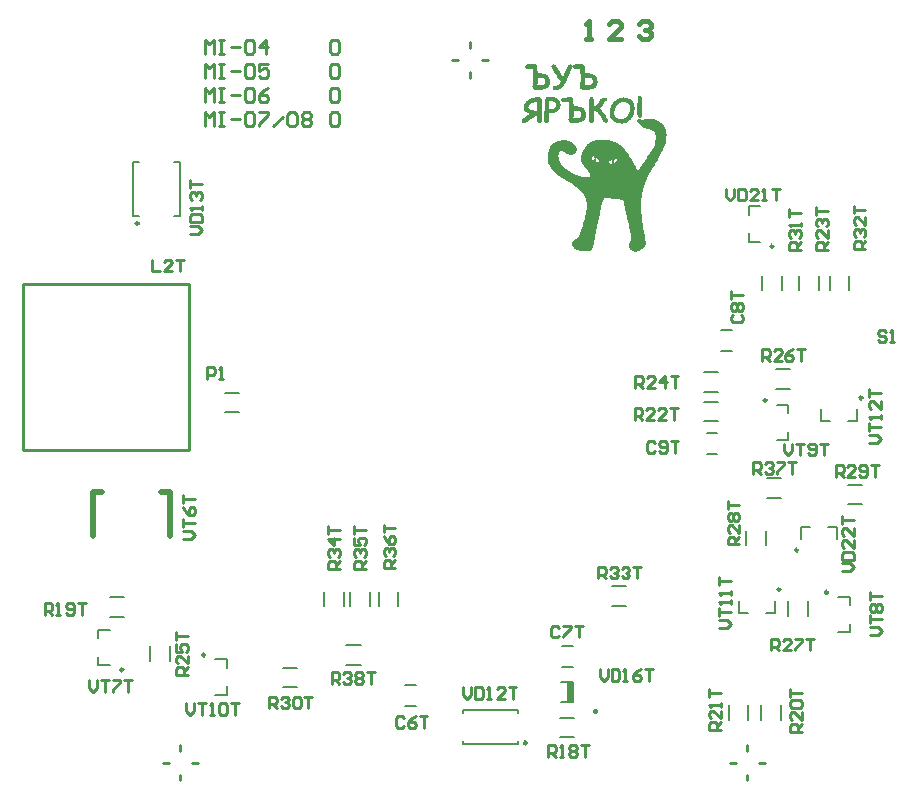
<source format=gto>
G04*
G04 #@! TF.GenerationSoftware,Altium Limited,Altium Designer,19.1.9 (167)*
G04*
G04 Layer_Color=65535*
%FSLAX44Y44*%
%MOMM*%
G71*
G01*
G75*
%ADD10C,0.2500*%
%ADD11C,0.2000*%
%ADD12C,0.2540*%
%ADD13C,0.5000*%
%ADD14C,0.4000*%
%ADD15R,0.5500X1.6500*%
G36*
X95958Y286220D02*
X96254Y286146D01*
X96587Y285961D01*
X96921Y285665D01*
X97069Y285479D01*
X97217Y285257D01*
X97328Y284998D01*
X97439Y284665D01*
X97476Y284294D01*
X97513Y283887D01*
Y283850D01*
Y283813D01*
Y283702D01*
Y283554D01*
Y283331D01*
Y283109D01*
X97550Y282850D01*
Y282517D01*
Y282183D01*
X97587Y281776D01*
X97624Y280887D01*
X97698Y279850D01*
X97773Y278702D01*
X98032D01*
X98180Y278739D01*
X99365D01*
X99698Y278702D01*
X100069D01*
X100476Y278665D01*
X100957Y278628D01*
X101439Y278591D01*
X102513Y278406D01*
X103587Y278184D01*
X104624Y277850D01*
X105105Y277628D01*
X105513Y277406D01*
X105549Y277369D01*
X105624Y277332D01*
X105772Y277221D01*
X105920Y277073D01*
X106142Y276888D01*
X106364Y276665D01*
X106586Y276369D01*
X106846Y276073D01*
X107105Y275666D01*
X107327Y275258D01*
X107549Y274777D01*
X107772Y274258D01*
X107920Y273666D01*
X108068Y273036D01*
X108142Y272333D01*
X108179Y271592D01*
Y271555D01*
Y271444D01*
Y271259D01*
X108142Y270999D01*
X108105Y270703D01*
X108031Y270370D01*
X107846Y269592D01*
X107734Y269185D01*
X107549Y268740D01*
X107327Y268296D01*
X107105Y267852D01*
X106772Y267444D01*
X106438Y267037D01*
X106031Y266630D01*
X105587Y266296D01*
X105549D01*
X105475Y266222D01*
X105364Y266148D01*
X105179Y266074D01*
X104957Y265963D01*
X104698Y265815D01*
X104402Y265704D01*
X104031Y265555D01*
X103624Y265407D01*
X103179Y265296D01*
X102698Y265148D01*
X102179Y265037D01*
X101587Y264963D01*
X100994Y264889D01*
X100328Y264815D01*
X99180D01*
X98921Y264852D01*
X98254D01*
X97847Y264889D01*
X97624D01*
X97402Y264926D01*
X97106D01*
X96513Y264963D01*
X95995D01*
X95847Y264926D01*
X95662Y264889D01*
X95365D01*
X95106Y264926D01*
X94773Y265037D01*
X94403Y265259D01*
X94217Y265407D01*
X94032Y265592D01*
X93847Y265815D01*
X93699Y266111D01*
X93551Y266407D01*
X93440Y266815D01*
X93403Y267222D01*
X93366Y267740D01*
Y267778D01*
Y267852D01*
Y267963D01*
X93403Y268185D01*
Y268481D01*
X93440Y268925D01*
X93477Y269444D01*
X93551Y270111D01*
Y270148D01*
Y270222D01*
X93588Y270370D01*
Y270555D01*
X93625Y270777D01*
X93662Y271073D01*
X93699Y271703D01*
X93773Y272444D01*
X93810Y273295D01*
X93847Y274147D01*
Y275036D01*
Y275110D01*
Y275295D01*
Y275592D01*
Y276036D01*
X93810Y276554D01*
X93773Y277221D01*
X93736Y277962D01*
X93699Y278776D01*
Y278813D01*
Y278888D01*
Y279036D01*
X93662Y279221D01*
Y279480D01*
X93625Y279739D01*
X93588Y280332D01*
X93551Y280961D01*
X93514Y281591D01*
Y282109D01*
X93477Y282369D01*
Y282554D01*
X92588D01*
X92255Y282517D01*
X90773D01*
X90070Y282480D01*
X89070D01*
X88922Y282517D01*
X88736Y282554D01*
X88255Y282702D01*
X88033Y282813D01*
X87811Y282998D01*
X87774Y283035D01*
X87737Y283109D01*
X87662Y283220D01*
X87551Y283368D01*
X87440Y283554D01*
X87366Y283776D01*
X87329Y284035D01*
X87292Y284331D01*
Y284368D01*
Y284480D01*
X87329Y284591D01*
X87366Y284776D01*
X87514Y285220D01*
X87625Y285442D01*
X87811Y285627D01*
X87848Y285665D01*
X87922Y285702D01*
X88033Y285813D01*
X88181Y285924D01*
X88403Y285998D01*
X88625Y286109D01*
X88922Y286146D01*
X89218Y286183D01*
X91032D01*
X91699Y286220D01*
X93180D01*
X93662Y286257D01*
X95736D01*
X95958Y286220D01*
D02*
G37*
G36*
X55666D02*
X55962Y286146D01*
X56295Y285961D01*
X56629Y285665D01*
X56777Y285479D01*
X56925Y285257D01*
X57036Y284998D01*
X57147Y284665D01*
X57184Y284294D01*
X57221Y283887D01*
Y283850D01*
Y283813D01*
Y283702D01*
Y283554D01*
Y283331D01*
Y283109D01*
X57258Y282850D01*
Y282517D01*
Y282183D01*
X57295Y281776D01*
X57332Y280887D01*
X57406Y279850D01*
X57480Y278702D01*
X57740D01*
X57888Y278739D01*
X59073D01*
X59406Y278702D01*
X59777D01*
X60184Y278665D01*
X60665Y278628D01*
X61147Y278591D01*
X62221Y278406D01*
X63295Y278184D01*
X64331Y277850D01*
X64813Y277628D01*
X65220Y277406D01*
X65257Y277369D01*
X65331Y277332D01*
X65480Y277221D01*
X65628Y277073D01*
X65850Y276888D01*
X66072Y276665D01*
X66294Y276369D01*
X66554Y276073D01*
X66813Y275666D01*
X67035Y275258D01*
X67257Y274777D01*
X67479Y274258D01*
X67628Y273666D01*
X67776Y273036D01*
X67850Y272333D01*
X67887Y271592D01*
Y271555D01*
Y271444D01*
Y271259D01*
X67850Y270999D01*
X67813Y270703D01*
X67739Y270370D01*
X67553Y269592D01*
X67442Y269185D01*
X67257Y268740D01*
X67035Y268296D01*
X66813Y267852D01*
X66480Y267444D01*
X66146Y267037D01*
X65739Y266630D01*
X65294Y266296D01*
X65257D01*
X65183Y266222D01*
X65072Y266148D01*
X64887Y266074D01*
X64665Y265963D01*
X64406Y265815D01*
X64109Y265704D01*
X63739Y265555D01*
X63332Y265407D01*
X62887Y265296D01*
X62406Y265148D01*
X61887Y265037D01*
X61295Y264963D01*
X60702Y264889D01*
X60036Y264815D01*
X58888D01*
X58628Y264852D01*
X57962D01*
X57554Y264889D01*
X57332D01*
X57110Y264926D01*
X56814D01*
X56221Y264963D01*
X55703D01*
X55555Y264926D01*
X55370Y264889D01*
X55073D01*
X54814Y264926D01*
X54481Y265037D01*
X54110Y265259D01*
X53925Y265407D01*
X53740Y265592D01*
X53555Y265815D01*
X53407Y266111D01*
X53259Y266407D01*
X53148Y266815D01*
X53110Y267222D01*
X53074Y267740D01*
Y267778D01*
Y267852D01*
Y267963D01*
X53110Y268185D01*
Y268481D01*
X53148Y268925D01*
X53185Y269444D01*
X53259Y270111D01*
Y270148D01*
Y270222D01*
X53296Y270370D01*
Y270555D01*
X53333Y270777D01*
X53370Y271073D01*
X53407Y271703D01*
X53481Y272444D01*
X53518Y273295D01*
X53555Y274147D01*
Y275036D01*
Y275110D01*
Y275295D01*
Y275592D01*
Y276036D01*
X53518Y276554D01*
X53481Y277221D01*
X53444Y277962D01*
X53407Y278776D01*
Y278813D01*
Y278888D01*
Y279036D01*
X53370Y279221D01*
Y279480D01*
X53333Y279739D01*
X53296Y280332D01*
X53259Y280961D01*
X53222Y281591D01*
Y282109D01*
X53185Y282369D01*
Y282554D01*
X52296D01*
X51962Y282517D01*
X50481D01*
X49777Y282480D01*
X48778D01*
X48629Y282517D01*
X48444Y282554D01*
X47963Y282702D01*
X47741Y282813D01*
X47519Y282998D01*
X47481Y283035D01*
X47444Y283109D01*
X47370Y283220D01*
X47259Y283368D01*
X47148Y283554D01*
X47074Y283776D01*
X47037Y284035D01*
X47000Y284331D01*
Y284368D01*
Y284480D01*
X47037Y284591D01*
X47074Y284776D01*
X47222Y285220D01*
X47333Y285442D01*
X47519Y285627D01*
X47555Y285665D01*
X47630Y285702D01*
X47741Y285813D01*
X47889Y285924D01*
X48111Y285998D01*
X48333Y286109D01*
X48629Y286146D01*
X48926Y286183D01*
X50740D01*
X51407Y286220D01*
X52888D01*
X53370Y286257D01*
X55444D01*
X55666Y286220D01*
D02*
G37*
G36*
X71442Y286294D02*
X71664Y286220D01*
X71923Y286109D01*
X72220Y285924D01*
X72479Y285702D01*
X72775Y285405D01*
X72812Y285368D01*
X72849Y285257D01*
X72960Y285109D01*
X73108Y284887D01*
X73257Y284665D01*
X73442Y284368D01*
X73849Y283776D01*
Y283739D01*
X73923Y283702D01*
X73997Y283591D01*
X74071Y283442D01*
X74331Y283072D01*
X74627Y282628D01*
X74960Y282146D01*
X75293Y281702D01*
X75590Y281258D01*
X75812Y280887D01*
X75849Y280813D01*
X75997Y280591D01*
X76182Y280295D01*
X76441Y279887D01*
X76701Y279406D01*
X76960Y278888D01*
X77256Y278369D01*
X77478Y277813D01*
X77515Y277777D01*
X77552Y277628D01*
X77663Y277443D01*
X77812Y277184D01*
X77997Y276851D01*
X78219Y276517D01*
X78478Y276110D01*
X78811Y275666D01*
Y275703D01*
X78849Y275777D01*
X78923Y275888D01*
X78997Y276073D01*
X79071Y276295D01*
X79219Y276591D01*
X79330Y276925D01*
X79515Y277295D01*
X79700Y277739D01*
X79922Y278221D01*
X80145Y278776D01*
X80404Y279369D01*
X80663Y279998D01*
X80960Y280702D01*
X81293Y281443D01*
X81626Y282220D01*
X81663Y282257D01*
X81737Y282406D01*
X81848Y282628D01*
X82033Y282924D01*
X82256Y283331D01*
X82515Y283813D01*
X82811Y284368D01*
X83181Y285035D01*
X83218Y285072D01*
X83293Y285220D01*
X83441Y285442D01*
X83626Y285665D01*
X83848Y285887D01*
X84181Y286109D01*
X84515Y286257D01*
X84959Y286294D01*
X85107D01*
X85255Y286257D01*
X85441Y286220D01*
X85663Y286146D01*
X85885Y286072D01*
X86144Y285924D01*
X86366Y285739D01*
X86403Y285702D01*
X86477Y285627D01*
X86552Y285516D01*
X86700Y285368D01*
X86885Y284961D01*
X86959Y284702D01*
X86996Y284405D01*
Y284368D01*
Y284257D01*
X86959Y284109D01*
X86922Y283887D01*
X86811Y283591D01*
X86700Y283257D01*
X86514Y282887D01*
X86255Y282443D01*
Y282406D01*
X86181Y282332D01*
X86107Y282220D01*
X85996Y282035D01*
X85848Y281776D01*
X85700Y281517D01*
X85514Y281183D01*
X85292Y280776D01*
X85255Y280702D01*
X85181Y280480D01*
X84996Y280147D01*
X84811Y279702D01*
X84552Y279110D01*
X84255Y278480D01*
X83922Y277739D01*
X83589Y276925D01*
X83181Y276073D01*
X82811Y275184D01*
X81959Y273295D01*
X81108Y271407D01*
X80663Y270444D01*
X80256Y269555D01*
X80219Y269481D01*
X80145Y269333D01*
X79997Y269074D01*
X79811Y268777D01*
X79552Y268370D01*
X79219Y267963D01*
X78811Y267481D01*
X78367Y267037D01*
X77849Y266555D01*
X77219Y266074D01*
X76553Y265667D01*
X75812Y265259D01*
X74997Y264963D01*
X74108Y264704D01*
X73145Y264556D01*
X72071Y264482D01*
X71923D01*
X71775Y264519D01*
X71590Y264556D01*
X71146Y264704D01*
X70924Y264815D01*
X70701Y265000D01*
X70664Y265037D01*
X70627Y265111D01*
X70516Y265222D01*
X70442Y265370D01*
X70331Y265555D01*
X70220Y265778D01*
X70183Y266037D01*
X70146Y266333D01*
Y266370D01*
Y266518D01*
X70183Y266703D01*
X70257Y266926D01*
X70331Y267185D01*
X70479Y267444D01*
X70664Y267666D01*
X70924Y267852D01*
X70960D01*
X70998Y267889D01*
X71146Y267926D01*
X71294Y268000D01*
X71553Y268037D01*
X71849Y268111D01*
X72220Y268148D01*
X72664Y268222D01*
X72738D01*
X72960Y268259D01*
X73257Y268333D01*
X73664Y268444D01*
X74108Y268592D01*
X74553Y268777D01*
X74960Y269037D01*
X75330Y269333D01*
X75405Y269407D01*
X75479Y269555D01*
X75627Y269740D01*
X75849Y270037D01*
X76145Y270481D01*
X76293Y270740D01*
X76478Y271036D01*
X76701Y271370D01*
X76923Y271740D01*
X76886Y271777D01*
X76812Y271851D01*
X76701Y271999D01*
X76553Y272222D01*
X76367Y272444D01*
X76182Y272703D01*
X75701Y273370D01*
X75182Y274110D01*
X74664Y274888D01*
X74182Y275666D01*
X73812Y276406D01*
X73775Y276480D01*
X73701Y276665D01*
X73553Y276962D01*
X73331Y277406D01*
X73034Y277925D01*
X72664Y278517D01*
X72220Y279221D01*
X71701Y279998D01*
X71664Y280035D01*
X71627Y280110D01*
X71516Y280258D01*
X71405Y280406D01*
X71109Y280850D01*
X70738Y281406D01*
X70331Y281961D01*
X69961Y282517D01*
X69627Y283035D01*
X69479Y283257D01*
X69368Y283442D01*
Y283480D01*
X69331Y283517D01*
X69257Y283776D01*
X69146Y284072D01*
X69109Y284405D01*
Y284442D01*
Y284554D01*
X69146Y284665D01*
X69183Y284850D01*
X69257Y285072D01*
X69368Y285294D01*
X69516Y285516D01*
X69701Y285739D01*
X69738Y285776D01*
X69812Y285850D01*
X69924Y285924D01*
X70109Y286035D01*
X70294Y286146D01*
X70553Y286257D01*
X70812Y286294D01*
X71109Y286331D01*
X71257D01*
X71442Y286294D01*
D02*
G37*
G36*
X69516Y258998D02*
X69738D01*
X70034Y258924D01*
X70368Y258887D01*
X70701Y258813D01*
X71479Y258590D01*
X72367Y258257D01*
X72812Y258072D01*
X73256Y257813D01*
X73738Y257553D01*
X74182Y257220D01*
X74219Y257183D01*
X74293Y257146D01*
X74441Y257035D01*
X74589Y256887D01*
X74812Y256665D01*
X75034Y256442D01*
X75552Y255887D01*
X76034Y255183D01*
X76478Y254331D01*
X76626Y253887D01*
X76774Y253406D01*
X76848Y252887D01*
X76885Y252369D01*
Y252332D01*
Y252221D01*
Y252036D01*
X76848Y251776D01*
X76811Y251480D01*
X76737Y251110D01*
X76663Y250739D01*
X76515Y250295D01*
X76367Y249851D01*
X76182Y249406D01*
X75960Y248925D01*
X75700Y248443D01*
X75367Y247962D01*
X74960Y247517D01*
X74552Y247073D01*
X74034Y246666D01*
X73997Y246629D01*
X73923Y246592D01*
X73775Y246481D01*
X73590Y246369D01*
X73330Y246221D01*
X73071Y246073D01*
X72701Y245925D01*
X72330Y245740D01*
X71923Y245555D01*
X71442Y245406D01*
X70442Y245110D01*
X69257Y244888D01*
X68664Y244851D01*
X67997Y244814D01*
X67775D01*
X67627Y244851D01*
X67183D01*
X66849Y244888D01*
Y244851D01*
Y244814D01*
Y244666D01*
Y244518D01*
Y244296D01*
X66812Y244036D01*
Y243703D01*
Y243333D01*
Y242925D01*
Y242444D01*
X66775Y241925D01*
Y241333D01*
Y240703D01*
Y240000D01*
Y239259D01*
Y238444D01*
Y238407D01*
Y238333D01*
X66738Y238185D01*
X66701Y238000D01*
X66627Y237815D01*
X66553Y237593D01*
X66405Y237407D01*
X66220Y237185D01*
X66183Y237148D01*
X66146Y237111D01*
X65998Y237037D01*
X65850Y236926D01*
X65442Y236741D01*
X65220Y236704D01*
X64924Y236667D01*
X64776D01*
X64627Y236704D01*
X64442Y236741D01*
X64035Y236889D01*
X63813Y237000D01*
X63591Y237185D01*
X63554Y237222D01*
X63517Y237296D01*
X63442Y237407D01*
X63331Y237556D01*
X63146Y237926D01*
X63109Y238185D01*
X63072Y238444D01*
Y242370D01*
Y242407D01*
Y242481D01*
Y242592D01*
Y242777D01*
Y242999D01*
Y243296D01*
X63109Y243629D01*
Y243999D01*
Y244444D01*
X63146Y244888D01*
Y245444D01*
X63183Y245999D01*
X63220Y246629D01*
X63257Y247332D01*
X63294Y248036D01*
X63331Y248814D01*
Y248851D01*
Y248999D01*
X63368Y249221D01*
Y249517D01*
X63405Y249888D01*
Y250295D01*
X63442Y250739D01*
X63479Y251258D01*
X63517Y252295D01*
X63554Y253369D01*
X63591Y254369D01*
X63628Y254850D01*
Y255257D01*
Y255294D01*
Y255406D01*
Y255591D01*
X63665Y255813D01*
X63702Y256109D01*
X63739Y256405D01*
X63887Y257072D01*
X64109Y257739D01*
X64294Y258035D01*
X64479Y258294D01*
X64739Y258516D01*
X64998Y258664D01*
X65294Y258776D01*
X65701D01*
X65739Y258813D01*
X65850D01*
X65998Y258850D01*
X66183Y258887D01*
X66405D01*
X66961Y258961D01*
X67109D01*
X67294Y258998D01*
X67849D01*
X68183Y259035D01*
X69294D01*
X69516Y258998D01*
D02*
G37*
G36*
X144064Y259442D02*
X144249Y259405D01*
X144693Y259257D01*
X144916Y259146D01*
X145101Y258961D01*
X145138Y258924D01*
X145175Y258887D01*
X145286Y258776D01*
X145397Y258627D01*
X145582Y258257D01*
X145619Y257998D01*
X145656Y257739D01*
Y242851D01*
Y242814D01*
Y242740D01*
X145619Y242592D01*
X145582Y242407D01*
X145508Y242222D01*
X145434Y242036D01*
X145286Y241814D01*
X145101Y241629D01*
X145064Y241592D01*
X145027Y241555D01*
X144878Y241481D01*
X144730Y241407D01*
X144323Y241222D01*
X144101Y241185D01*
X143805Y241148D01*
X143693D01*
X143545Y241185D01*
X143360Y241222D01*
X142916Y241370D01*
X142731Y241481D01*
X142508Y241629D01*
X142471Y241666D01*
X142434Y241703D01*
X142360Y241814D01*
X142249Y241963D01*
X142064Y242333D01*
X142027Y242592D01*
X141990Y242851D01*
Y242888D01*
Y242962D01*
Y243074D01*
Y243259D01*
Y243481D01*
Y243777D01*
X141953Y244110D01*
Y244481D01*
Y244518D01*
Y244666D01*
Y244851D01*
Y245073D01*
Y245629D01*
Y245888D01*
Y246110D01*
Y246147D01*
Y246184D01*
Y246332D01*
Y246481D01*
Y246666D01*
Y246925D01*
Y247221D01*
Y247554D01*
Y247925D01*
Y248369D01*
Y248851D01*
Y249369D01*
Y249925D01*
Y250517D01*
Y251184D01*
Y251887D01*
Y251924D01*
Y252073D01*
Y252258D01*
Y252517D01*
Y252850D01*
Y253221D01*
Y253628D01*
X141990Y254072D01*
Y255035D01*
Y255998D01*
Y256924D01*
Y257368D01*
Y257739D01*
Y257776D01*
Y257850D01*
X142027Y257998D01*
X142064Y258183D01*
X142212Y258553D01*
X142323Y258776D01*
X142508Y258961D01*
X142545Y258998D01*
X142619Y259035D01*
X142731Y259109D01*
X142879Y259220D01*
X143286Y259405D01*
X143508Y259442D01*
X143805Y259479D01*
X143953D01*
X144064Y259442D01*
D02*
G37*
G36*
X152513Y240350D02*
X152514Y240350D01*
X153080Y240319D01*
X154207Y240184D01*
X155323Y239979D01*
X156424Y239703D01*
X156965Y239531D01*
X156965Y239531D01*
X157154Y239470D01*
X157527Y239336D01*
X157894Y239188D01*
X158256Y239027D01*
X158642Y238839D01*
X159052Y238626D01*
X159458Y238405D01*
X159859Y238174D01*
X160056Y238054D01*
X160056Y238054D01*
X160253Y237934D01*
X160642Y237687D01*
X161025Y237430D01*
X161402Y237165D01*
X161587Y237028D01*
X161587Y237028D01*
X161744Y236912D01*
X162051Y236668D01*
X162348Y236412D01*
X162635Y236146D01*
X162774Y236007D01*
X163346Y235435D01*
X164328Y234149D01*
X165131Y232744D01*
X165741Y231245D01*
X165944Y230462D01*
Y230462D01*
X165944Y230462D01*
X165944Y230461D01*
X165944Y230459D01*
X166167Y229598D01*
X166441Y227839D01*
X166541Y226061D01*
X166480Y224614D01*
X166341Y223402D01*
X166166Y222204D01*
X165707Y220071D01*
X165078Y217899D01*
X164343Y215904D01*
X163833Y214747D01*
X163552Y214123D01*
X163232Y213414D01*
X161946Y210794D01*
X160573Y208216D01*
X159117Y205686D01*
X158347Y204445D01*
X158347Y204445D01*
X158346Y204444D01*
X158346Y204443D01*
X158346Y204443D01*
X157698Y203395D01*
X156417Y201292D01*
X155152Y199178D01*
X153922Y197082D01*
X153905Y197053D01*
X153816Y196899D01*
X153288Y195987D01*
X153286Y195983D01*
X152850Y195217D01*
X152664Y194877D01*
X152004Y193671D01*
X151191Y192108D01*
X150579Y190866D01*
X150412Y190528D01*
X150033Y189726D01*
X149843Y189311D01*
X149732Y189069D01*
X149517Y188570D01*
X149158Y187741D01*
X148623Y186397D01*
X148279Y185461D01*
X148125Y185039D01*
X148083Y184916D01*
X147891Y184355D01*
X147890Y184352D01*
X147890Y184352D01*
X147668Y183672D01*
X147535Y183230D01*
X147255Y182303D01*
X146882Y180923D01*
X146550Y179531D01*
X146400Y178832D01*
X146201Y177834D01*
X145852Y175828D01*
X145568Y173811D01*
X145350Y171787D01*
X145265Y170772D01*
X145265Y170772D01*
X145265Y170770D01*
X145220Y170137D01*
X145149Y168870D01*
X145102Y167603D01*
X145078Y166334D01*
X145075Y165700D01*
X145076Y165297D01*
X145086Y164491D01*
X145104Y163744D01*
X145105Y163685D01*
X145105Y163676D01*
X145134Y162879D01*
X145142Y162687D01*
X145152Y162477D01*
X145218Y161247D01*
X145221Y161208D01*
X145395Y158798D01*
X145632Y156354D01*
X145928Y153916D01*
X146099Y152700D01*
X146338Y151098D01*
X146843Y147898D01*
X147383Y144703D01*
X147957Y141514D01*
X148258Y139922D01*
X148258Y139922D01*
X148478Y138744D01*
X148485Y138706D01*
X148630Y137894D01*
X148635Y137861D01*
X148836Y136674D01*
X148836Y136674D01*
X148972Y135461D01*
X148988Y135141D01*
X148991Y134921D01*
X148993Y134768D01*
X148975Y134463D01*
X148935Y134160D01*
X148872Y133860D01*
X148790Y133572D01*
X148686Y133296D01*
X148560Y133031D01*
X148412Y132776D01*
X148168Y132429D01*
X147828Y131990D01*
X147466Y131569D01*
X147085Y131167D01*
X146884Y130975D01*
X146883Y130974D01*
X146882Y130973D01*
X146882Y130973D01*
X146671Y130772D01*
X146233Y130387D01*
X146040Y130232D01*
X145068Y129512D01*
D01*
X144140Y128946D01*
X143105Y128423D01*
Y128423D01*
X142878Y128322D01*
X142412Y128149D01*
X141936Y128007D01*
X141452Y127896D01*
X140801Y127791D01*
X139980Y127780D01*
X139166Y127891D01*
X138378Y128121D01*
X138005Y128293D01*
X137635Y128463D01*
X136957Y128912D01*
X136356Y129460D01*
X135845Y130093D01*
X135640Y130444D01*
X135455Y130764D01*
X135171Y131446D01*
X134979Y132159D01*
X134882Y132892D01*
X134882Y133307D01*
X134883Y133398D01*
X134886Y133490D01*
X134891Y133581D01*
X134894Y133626D01*
X134922Y134051D01*
X135092Y134884D01*
X135374Y135687D01*
X135763Y136443D01*
X136006Y136791D01*
X136007Y136792D01*
X136008Y136794D01*
X136008D01*
X136124Y136971D01*
X136320Y137346D01*
X136468Y137742D01*
X136564Y138154D01*
X136592Y138365D01*
X136592Y138367D01*
X136617Y138652D01*
X136641Y139223D01*
X136632Y139795D01*
X136590Y140365D01*
X136557Y140649D01*
X136557Y140649D01*
X136557Y140649D01*
X136487Y141158D01*
X136330Y142173D01*
X136152Y143184D01*
X135951Y144192D01*
X135843Y144694D01*
X135567Y145943D01*
X135009Y148440D01*
X134447Y150937D01*
X133880Y153432D01*
X133595Y154679D01*
X133487Y155152D01*
X133271Y156096D01*
X133057Y157041D01*
X133016Y157220D01*
X132737Y158459D01*
Y158459D01*
X132611Y159019D01*
X132459Y159698D01*
X132415Y159895D01*
X132202Y160853D01*
X131990Y161811D01*
X131884Y162290D01*
X131884Y162290D01*
X131884D01*
X131791Y162712D01*
X131606Y163556D01*
X131422Y164401D01*
X131238Y165246D01*
X131147Y165668D01*
X131147Y165669D01*
X131089Y165936D01*
X130976Y166470D01*
X130865Y167005D01*
X130756Y167541D01*
X130702Y167808D01*
X130701Y167812D01*
X130701Y167812D01*
X130662Y168004D01*
X130581Y168388D01*
X130496Y168771D01*
X130407Y169153D01*
X130361Y169343D01*
X130360Y169345D01*
X130319Y169509D01*
X130234Y169833D01*
X130144Y170157D01*
X130047Y170478D01*
X129997Y170638D01*
X129997Y170638D01*
X129996Y170642D01*
X129956Y170768D01*
X129956Y170768D01*
X129871Y171025D01*
X129871Y171026D01*
X129783Y171282D01*
X129783Y171282D01*
X129693Y171538D01*
X129693Y171538D01*
X129649Y171658D01*
X129646Y171667D01*
X129568Y171722D01*
X129568Y171722D01*
X129548Y171723D01*
X128375Y171779D01*
X128132Y171795D01*
X127560Y171847D01*
X127274Y171879D01*
X126575Y171956D01*
X125177Y172114D01*
X123780Y172275D01*
X122896Y172379D01*
X121685Y172522D01*
X121685Y172522D01*
X121587Y172534D01*
X120475Y172667D01*
X119501Y172784D01*
X118046Y172961D01*
X117072Y173080D01*
X115863Y173229D01*
X115203Y173366D01*
X114565Y173512D01*
X114561Y173513D01*
X114399Y173547D01*
X114070Y173523D01*
X113773Y173380D01*
X113548Y173138D01*
X113474Y172990D01*
X113472Y172985D01*
X113325Y172600D01*
X113269Y172451D01*
X112881Y171375D01*
X112521Y170290D01*
X112187Y169196D01*
X112031Y168646D01*
X112031Y168646D01*
X112030Y168645D01*
X112030Y168645D01*
X112030Y168643D01*
X112030Y168643D01*
X112029Y168641D01*
X111777Y167718D01*
X111295Y165867D01*
X110845Y164007D01*
X110478Y162369D01*
X110427Y162141D01*
X110229Y161202D01*
X109988Y160032D01*
X109878Y159495D01*
X109185Y156078D01*
X108502Y152660D01*
X107831Y149239D01*
X107499Y147528D01*
X107499D01*
X107257Y146281D01*
X107016Y145054D01*
X106686Y143406D01*
X106421Y142107D01*
X106179Y140938D01*
X106179D01*
X105934Y139769D01*
X105722Y138777D01*
X105408Y137338D01*
X105086Y135901D01*
X104921Y135184D01*
X104921Y135183D01*
X104921Y135183D01*
X104920Y135182D01*
X104780Y134572D01*
X104497Y133355D01*
X104211Y132138D01*
X104052Y131470D01*
X103776Y130314D01*
X103278Y129250D01*
X103214Y129163D01*
X103042Y128975D01*
X102851Y128807D01*
X102642Y128660D01*
X102602Y128638D01*
X101499Y128235D01*
X100283Y128104D01*
X100131Y128097D01*
X99935Y128097D01*
X99598Y128097D01*
X98923Y128104D01*
X98490Y128112D01*
X97235Y128148D01*
X97235Y128148D01*
X95994Y128218D01*
X95421Y128261D01*
X94216Y128397D01*
X93606Y128489D01*
X92419Y128691D01*
X92419Y128691D01*
X91270Y128982D01*
X91136Y129022D01*
X90316Y129351D01*
X89531Y129758D01*
X89160Y129998D01*
X89160D01*
X88856Y130195D01*
X88307Y130668D01*
X87899Y131132D01*
X87270Y132142D01*
D01*
X87268Y132147D01*
X86844Y133235D01*
X86678Y133960D01*
X86592Y134723D01*
Y134945D01*
X86750Y136143D01*
Y136143D01*
X87342Y137027D01*
X88004Y137547D01*
X88081Y137607D01*
X88126Y137642D01*
X88438Y137800D01*
X89248Y138211D01*
X89502Y138330D01*
X89703Y138419D01*
X89705Y138419D01*
X89706Y138420D01*
Y138420D01*
X92658Y139726D01*
X95216Y147909D01*
X95216Y147910D01*
X95216Y147912D01*
X95555Y149012D01*
X96200Y151223D01*
X96805Y153444D01*
X97368Y155677D01*
X97633Y156797D01*
X97837Y157711D01*
X98197Y159543D01*
X98493Y161387D01*
X98684Y162909D01*
X98725Y163239D01*
X98818Y164168D01*
X98818Y164170D01*
X98818Y164171D01*
X98861Y164715D01*
X98876Y164904D01*
X98900Y165419D01*
X98944Y166372D01*
X98949Y167842D01*
X98910Y168817D01*
X98890Y169311D01*
X98880Y169448D01*
X98836Y170047D01*
X98776Y170593D01*
X98576Y171674D01*
X98269Y172729D01*
X97859Y173749D01*
X97617Y174242D01*
X97404Y174633D01*
X96939Y175392D01*
X96424Y176117D01*
X95861Y176805D01*
X95562Y177134D01*
X95562Y177134D01*
X95061Y177662D01*
X94690Y178043D01*
X94047Y178704D01*
X93014Y179729D01*
X92353Y180364D01*
X92346Y180370D01*
X92344Y180373D01*
X91965Y180736D01*
X91434Y181231D01*
X91434Y181231D01*
X91434Y181231D01*
X91433Y181232D01*
X91432Y181234D01*
X91431Y181234D01*
X90994Y181635D01*
X90887Y181733D01*
X90512Y182068D01*
X90510Y182070D01*
X90495Y182083D01*
X89786Y182715D01*
X88668Y183678D01*
X87532Y184619D01*
X86958Y185082D01*
X86957Y185083D01*
X86955Y185084D01*
X86955Y185084D01*
X86553Y185397D01*
X85724Y185991D01*
X84866Y186542D01*
X83980Y187046D01*
X83527Y187281D01*
X83527Y187281D01*
Y187281D01*
X82371Y187862D01*
X80104Y189110D01*
X77885Y190442D01*
X75718Y191857D01*
X74661Y192604D01*
X74661Y192605D01*
Y192605D01*
X74660Y192605D01*
X73686Y193316D01*
X72319Y194462D01*
X70901Y195863D01*
X69602Y197377D01*
X69017Y198184D01*
X69017Y198184D01*
X69017Y198184D01*
X68525Y198862D01*
X67691Y200315D01*
X67017Y201849D01*
X66612Y203123D01*
X66342Y204266D01*
X66342Y204266D01*
X66144Y205423D01*
X66130Y205518D01*
X66044Y206361D01*
X66002Y207207D01*
X66002Y208058D01*
X66045Y208912D01*
X66132Y209763D01*
X66262Y210608D01*
X66348Y211026D01*
X66473Y211633D01*
X66769Y212836D01*
X67109Y214027D01*
X67293Y214587D01*
X67680Y215700D01*
X67705Y215771D01*
X67710Y215786D01*
X67860Y216120D01*
X68225Y216934D01*
X68257Y216999D01*
X68730Y217749D01*
X69278Y218446D01*
X69587Y218764D01*
Y218764D01*
X69883Y219070D01*
X70542Y219611D01*
X71257Y220076D01*
X72019Y220458D01*
X72420Y220606D01*
X72947Y220800D01*
X74019Y221137D01*
X75106Y221423D01*
X76206Y221656D01*
X76761Y221746D01*
X77198Y221817D01*
X78078Y221924D01*
X78962Y221994D01*
X79847Y222027D01*
X80291Y222025D01*
X80684Y222024D01*
X81469Y221974D01*
X82250Y221878D01*
X83023Y221735D01*
X83405Y221641D01*
X83405Y221641D01*
X83757Y221554D01*
X84447Y221334D01*
X85122Y221069D01*
X85777Y220760D01*
X86406Y220410D01*
X87004Y220021D01*
X87574Y219590D01*
X88113Y219122D01*
X88365Y218869D01*
X88566Y218669D01*
X88914Y218266D01*
X89458Y217457D01*
X89641Y217171D01*
X89889Y216601D01*
X89890Y216600D01*
X90145Y215938D01*
X90342Y215071D01*
X90342Y215071D01*
X90345Y213802D01*
X90344Y213797D01*
X90256Y213293D01*
X90187Y213047D01*
X90116Y212791D01*
X89930Y212292D01*
X89890Y212207D01*
X89284Y211135D01*
X89282Y211131D01*
X88596Y210449D01*
X87905Y209963D01*
X86781Y209612D01*
X86329Y209570D01*
X86095Y209576D01*
X85808Y209583D01*
X85236Y209647D01*
X84986Y209696D01*
X83851Y210021D01*
X83851Y210021D01*
X82767Y210471D01*
X82153Y210762D01*
X81495Y211105D01*
X81173Y211289D01*
X80878Y211456D01*
X80283Y211782D01*
X79864Y212002D01*
X79682Y212097D01*
X79677Y212100D01*
X79075Y212402D01*
X78934Y212470D01*
X78770Y212550D01*
X78767Y212551D01*
X78603Y212625D01*
X78266Y212749D01*
X78265Y212750D01*
X77917Y212841D01*
X77917Y212841D01*
X77562Y212900D01*
X77382Y212916D01*
X77382Y212916D01*
X77263Y212919D01*
X77025Y212893D01*
X77025Y212893D01*
X76797Y212824D01*
X76796Y212824D01*
X76583Y212717D01*
X76568Y212706D01*
X76485Y212649D01*
X76484Y212648D01*
X76483Y212647D01*
X76365Y212553D01*
X76146Y212346D01*
X75951Y212117D01*
X75781Y211868D01*
X75707Y211737D01*
X75707D01*
X75552Y211426D01*
X75303Y210781D01*
X75302Y210779D01*
X75269Y210648D01*
X75269Y210648D01*
X75267Y210637D01*
X75134Y210107D01*
X75049Y209419D01*
X75038Y209072D01*
X75038Y209063D01*
X75047Y208657D01*
X75113Y207848D01*
X75245Y207046D01*
X75440Y206258D01*
X75562Y205870D01*
X75721Y205422D01*
X76083Y204542D01*
X76505Y203689D01*
X76982Y202865D01*
X77107Y202673D01*
X77241Y202466D01*
X77241Y202466D01*
X77242Y202466D01*
X77243Y202463D01*
X77450Y202165D01*
X77547Y202024D01*
X78186Y201169D01*
X78864Y200345D01*
X79582Y199555D01*
X79955Y199172D01*
X79958Y199169D01*
X80277Y198859D01*
X80374Y198765D01*
X81241Y197994D01*
X82151Y197275D01*
X83101Y196610D01*
X83334Y196462D01*
X83591Y196299D01*
X84225Y195915D01*
X84681Y195652D01*
X85505Y195177D01*
X86806Y194476D01*
X87653Y194052D01*
X88127Y193814D01*
X88796Y193497D01*
X88796Y193497D01*
X88798Y193496D01*
X89271Y193279D01*
X89454Y193196D01*
X89941Y192986D01*
X90780Y192625D01*
X92121Y192092D01*
X92972Y191782D01*
X93478Y191598D01*
X93632Y191546D01*
X94161Y191366D01*
X94163Y191366D01*
X94163Y191365D01*
X94163Y191365D01*
X94164Y191365D01*
X94164Y191365D01*
X94167Y191364D01*
X94574Y191237D01*
X94662Y191210D01*
X95667Y190958D01*
X96687Y190780D01*
X97719Y190678D01*
X98236Y190655D01*
X98236Y190655D01*
X98239Y190655D01*
X98345Y190653D01*
X98516Y190649D01*
X99049Y190641D01*
X99068Y190641D01*
X99340Y190640D01*
X99343Y190640D01*
X99423Y190640D01*
X99621Y190639D01*
X99630Y190639D01*
X100067Y190642D01*
X100173Y190643D01*
X100173Y190643D01*
X100449Y190646D01*
X100450Y190646D01*
X100554Y190651D01*
X100554Y190651D01*
X100761Y190678D01*
X100761Y190678D01*
X100963Y190726D01*
X100964Y190727D01*
X101160Y190797D01*
X101194Y190813D01*
X101255Y190841D01*
X101257Y190842D01*
X101320Y190877D01*
X101435Y190966D01*
X101530Y191076D01*
X101601Y191202D01*
X101627Y191269D01*
X101627Y191269D01*
X101670Y191409D01*
X101743Y191682D01*
X101803Y191958D01*
X101849Y192237D01*
X101867Y192377D01*
X101867Y192380D01*
X101867Y192380D01*
X101867Y192381D01*
X101878Y192498D01*
X101880Y192520D01*
X101887Y192796D01*
X101887Y192797D01*
X101868Y193073D01*
Y193074D01*
X101826Y193347D01*
Y193347D01*
X101795Y193482D01*
Y193482D01*
X101795Y193482D01*
X101795Y193483D01*
Y193483D01*
X101795Y193484D01*
Y193484D01*
X101795Y193484D01*
Y193485D01*
X101795Y193485D01*
Y193485D01*
X101794Y193485D01*
X101794Y193486D01*
Y193486D01*
X101794Y193486D01*
Y193486D01*
X101794Y193487D01*
Y193487D01*
X101794Y193487D01*
Y193487D01*
X101754Y193637D01*
X101658Y193930D01*
X101543Y194217D01*
X101409Y194495D01*
X101335Y194631D01*
X101334Y194631D01*
X101334Y194633D01*
X101333Y194633D01*
X101333Y194633D01*
X101225Y194819D01*
X101087Y195038D01*
X100996Y195183D01*
X100994Y195185D01*
X100751Y195538D01*
X100491Y195881D01*
X100356Y196048D01*
X100354Y196050D01*
X100353Y196052D01*
X100353Y196052D01*
X100137Y196311D01*
X99700Y196826D01*
X99257Y197337D01*
X98807Y197841D01*
X98580Y198091D01*
X98580Y198091D01*
X98579Y198092D01*
X98578Y198093D01*
X98252Y198450D01*
X97615Y199179D01*
X96994Y199921D01*
X96389Y200676D01*
X96095Y201060D01*
X96095Y201060D01*
X95898Y201317D01*
X95543Y201857D01*
X95227Y202422D01*
X94953Y203008D01*
X94837Y203310D01*
X94837Y203310D01*
X94837D01*
X94728Y203593D01*
X94559Y204174D01*
X94507Y204424D01*
X94365Y205568D01*
X94353Y205671D01*
X94350Y205862D01*
X94349Y205872D01*
X94349Y205881D01*
X94335Y206943D01*
X94347Y207467D01*
X94375Y208040D01*
X94416Y208611D01*
X94443Y208897D01*
X94444Y208900D01*
X94444D01*
X94483Y209306D01*
X94618Y210112D01*
X94810Y210905D01*
X94825Y210955D01*
X95208Y212066D01*
Y212066D01*
X95209Y212067D01*
X95674Y213144D01*
X95757Y213327D01*
X96177Y214142D01*
X96636Y214935D01*
X97139Y215712D01*
X97683Y216471D01*
X98264Y217203D01*
X98879Y217906D01*
X99203Y218242D01*
X99203Y218242D01*
X99503Y218552D01*
X100139Y219135D01*
X100810Y219678D01*
X101514Y220178D01*
X101880Y220406D01*
Y220406D01*
X101880Y220406D01*
X102089Y220536D01*
X102519Y220779D01*
X102529Y220784D01*
X103634Y221300D01*
X104837Y221684D01*
X105144Y221752D01*
X105366Y221788D01*
Y221788D01*
X105658Y221836D01*
X106243Y221911D01*
X106830Y221966D01*
X107419Y222001D01*
X107714Y222009D01*
Y222009D01*
X107714Y222009D01*
X108243Y222023D01*
X109301Y222043D01*
X110359Y222056D01*
X111417Y222062D01*
X111946Y222061D01*
X111946Y222061D01*
X111946Y222061D01*
X112473Y222061D01*
X113525Y222052D01*
X114578Y222034D01*
X115631Y222009D01*
X116157Y221992D01*
X116157Y221992D01*
X116479Y221981D01*
X117122Y221940D01*
X117763Y221878D01*
X118402Y221795D01*
X118987Y221700D01*
X119518Y221590D01*
X120043Y221457D01*
X120562Y221301D01*
X120817Y221211D01*
X120818Y221211D01*
X121123Y221104D01*
X121728Y220875D01*
X122326Y220631D01*
X122919Y220371D01*
X123421Y220135D01*
X123836Y219933D01*
X124248Y219723D01*
X124657Y219508D01*
X125082Y219276D01*
X125522Y219028D01*
X125960Y218776D01*
X126395Y218518D01*
X126611Y218386D01*
X126611Y218386D01*
X126814Y218263D01*
X127217Y218011D01*
X127617Y217754D01*
X128013Y217493D01*
X128210Y217360D01*
X128360Y217259D01*
X128654Y217049D01*
X128942Y216830D01*
X129224Y216604D01*
X129681Y216218D01*
X130284Y215640D01*
X130850Y215025D01*
X131620Y214037D01*
X132349Y213005D01*
X132928Y212174D01*
X133780Y210919D01*
X134377Y210019D01*
X135024Y209026D01*
X135029Y209019D01*
X135671Y208015D01*
X136319Y206982D01*
X137155Y205610D01*
X137780Y204553D01*
X138371Y203532D01*
X138373Y203529D01*
X138373Y203529D01*
X138949Y202498D01*
X139320Y201814D01*
X139913Y200650D01*
X140477Y199473D01*
X140745Y198877D01*
X140745Y198877D01*
X140862Y198619D01*
X141098Y198104D01*
X141337Y197590D01*
X141515Y197215D01*
X141580Y197078D01*
X141580Y197078D01*
X141703Y196823D01*
X141746Y196738D01*
X141846Y196574D01*
X141960Y196420D01*
X142088Y196278D01*
X142158Y196212D01*
X142158Y196212D01*
X142183Y196192D01*
X142183Y196192D01*
X142241Y196168D01*
X142241Y196168D01*
X142304Y196165D01*
X142304Y196165D01*
X142365Y196184D01*
X142365Y196184D01*
X142392Y196201D01*
X142394Y196202D01*
X142461Y196256D01*
X142588Y196372D01*
X142704Y196500D01*
X142808Y196637D01*
X142855Y196710D01*
X142918Y196812D01*
X142918Y196812D01*
X143044Y197014D01*
X143044Y197014D01*
X143172Y197214D01*
X143302Y197413D01*
X143368Y197512D01*
X143511Y197725D01*
X143796Y198151D01*
X144081Y198577D01*
X144368Y199002D01*
X144511Y199214D01*
X144681Y199467D01*
X145022Y199971D01*
X145364Y200474D01*
X145706Y200977D01*
X145877Y201229D01*
X145878D01*
X145878Y201230D01*
X146061Y201498D01*
X146427Y202033D01*
X146666Y202380D01*
X147346Y203369D01*
X147346Y203369D01*
X148139Y204522D01*
X149719Y206832D01*
X151289Y209149D01*
X152851Y211471D01*
X153628Y212635D01*
X153630Y212637D01*
X153630Y212637D01*
X153630Y212637D01*
X153633Y212642D01*
X153955Y213134D01*
X154576Y214146D01*
X155160Y215180D01*
X155705Y216236D01*
X155964Y216773D01*
X156143Y217171D01*
X156454Y217981D01*
X156705Y218811D01*
X156895Y219657D01*
X156944Y219953D01*
X156967Y220085D01*
X156967Y220088D01*
X156990Y220254D01*
X157043Y220634D01*
X157165Y221730D01*
X157247Y222830D01*
X157287Y223932D01*
X157292Y224483D01*
X157292Y224483D01*
X157291Y224759D01*
X157283Y225304D01*
X157283Y225311D01*
X157267Y225863D01*
X157242Y226414D01*
X157226Y226689D01*
Y226690D01*
X157226Y226692D01*
X157226Y226692D01*
X157214Y226851D01*
X157175Y227168D01*
X157115Y227482D01*
X157036Y227792D01*
X156989Y227945D01*
X156988Y227946D01*
X156988Y227947D01*
X156946Y228067D01*
X156845Y228300D01*
X156724Y228523D01*
X156582Y228734D01*
X156504Y228834D01*
X156504Y228834D01*
X156502Y228836D01*
X156502Y228836D01*
X156401Y228956D01*
X156191Y229185D01*
X156190Y229187D01*
X155966Y229406D01*
X155731Y229613D01*
X155609Y229711D01*
Y229711D01*
X155607Y229713D01*
X155607Y229713D01*
X155507Y229790D01*
X155300Y229936D01*
X155085Y230071D01*
X154864Y230194D01*
X154751Y230252D01*
X154751Y230252D01*
X154749Y230253D01*
X154597Y230327D01*
X154293Y230468D01*
X154289Y230469D01*
X153980Y230604D01*
X153978Y230604D01*
X153665Y230732D01*
X153506Y230793D01*
X153337Y230856D01*
X152996Y230976D01*
X152994Y230977D01*
X152652Y231088D01*
X152647Y231089D01*
X152305Y231192D01*
X152131Y231241D01*
Y231241D01*
X152128Y231242D01*
X152128Y231242D01*
X151968Y231285D01*
X151647Y231363D01*
X151323Y231431D01*
X150997Y231490D01*
X150834Y231516D01*
Y231516D01*
X150831Y231516D01*
X150830Y231517D01*
X150706Y231541D01*
X150397Y231605D01*
X150134Y231661D01*
X149121Y231917D01*
X149550Y231784D01*
X149541Y231785D01*
X149125Y231911D01*
X149068Y231930D01*
X149065Y231931D01*
X149121Y231917D01*
X148994Y231956D01*
X148771Y232035D01*
X147929Y232344D01*
X147220Y232663D01*
X147861Y232369D01*
X147861Y232369D01*
X146990Y232768D01*
X146893Y232818D01*
X146354Y233138D01*
X146095Y233313D01*
X146095Y233313D01*
X145877Y233461D01*
X145461Y233786D01*
X145069Y234140D01*
X144703Y234519D01*
X144403Y234876D01*
X144201Y235226D01*
X144062Y235606D01*
X143992Y236004D01*
Y236106D01*
X143767Y236074D01*
X143619D01*
X143471Y236111D01*
X143286Y236185D01*
X143027Y236296D01*
X142767Y236482D01*
X142508Y236704D01*
X142212Y237000D01*
X142175Y237037D01*
X142101Y237148D01*
X142027Y237296D01*
X141916Y237481D01*
X141694Y237963D01*
X141620Y238222D01*
X141582Y238481D01*
Y238518D01*
Y238592D01*
X141620Y238741D01*
X141657Y238926D01*
X141731Y239111D01*
X141805Y239296D01*
X141953Y239518D01*
X142138Y239704D01*
X142175Y239741D01*
X142249Y239778D01*
X142360Y239852D01*
X142508Y239963D01*
X142916Y240148D01*
X143175Y240185D01*
X143434Y240222D01*
X143582D01*
X143730Y240185D01*
X143953Y240111D01*
X144175Y240000D01*
X144434Y239815D01*
X144730Y239592D01*
X144990Y239296D01*
X145027Y239259D01*
X145101Y239148D01*
X145212Y239000D01*
X145323Y238815D01*
X145394Y238649D01*
X146137Y239129D01*
X146230Y239185D01*
X147010Y239552D01*
X147822Y239841D01*
X148763Y240075D01*
X149825Y240257D01*
X150898Y240358D01*
X151975Y240380D01*
X152513Y240350D01*
D02*
G37*
G36*
X103290Y258516D02*
X103475Y258479D01*
X103698Y258405D01*
X103957Y258331D01*
X104179Y258183D01*
X104401Y257998D01*
X104438Y257961D01*
X104475Y257924D01*
X104586Y257776D01*
X104697Y257628D01*
X104883Y257220D01*
X104920Y256998D01*
X104957Y256702D01*
Y256628D01*
Y256553D01*
Y256405D01*
Y256220D01*
Y255998D01*
Y255702D01*
X104994Y255368D01*
Y254998D01*
Y254554D01*
Y254035D01*
X105031Y253480D01*
Y252813D01*
X105068Y252110D01*
Y251332D01*
X105105Y250480D01*
X105179D01*
X105438Y250554D01*
X105771Y250665D01*
X106216Y250850D01*
X106697Y251110D01*
X107253Y251517D01*
X107512Y251739D01*
X107771Y252036D01*
X108030Y252332D01*
X108290Y252702D01*
Y252739D01*
X108327Y252776D01*
X108475Y252998D01*
X108660Y253369D01*
X108956Y253813D01*
X109253Y254369D01*
X109586Y254961D01*
X109993Y255591D01*
X110364Y256257D01*
Y256294D01*
X110437Y256331D01*
X110623Y256553D01*
X110919Y256850D01*
X111326Y257183D01*
X111845Y257516D01*
X112474Y257813D01*
X113178Y258035D01*
X113585Y258072D01*
X113993Y258109D01*
X114104D01*
X114252Y258072D01*
X114474D01*
X114956Y257924D01*
X115215Y257850D01*
X115511Y257702D01*
X115548Y257665D01*
X115659Y257628D01*
X115807Y257516D01*
X115992Y257405D01*
X116141Y257220D01*
X116289Y257035D01*
X116400Y256813D01*
X116437Y256591D01*
Y256553D01*
Y256479D01*
Y256405D01*
X116400Y256257D01*
X116289Y255924D01*
X116067Y255554D01*
Y255517D01*
X115992Y255480D01*
X115807Y255294D01*
X115511Y255072D01*
X115326Y255035D01*
X115104Y254998D01*
X115067D01*
X114919Y254961D01*
X114696Y254850D01*
X114400Y254665D01*
X114215Y254517D01*
X114030Y254294D01*
X113845Y254072D01*
X113659Y253813D01*
X113437Y253480D01*
X113215Y253109D01*
X112993Y252665D01*
X112771Y252184D01*
Y252147D01*
X112734Y252073D01*
X112660Y251961D01*
X112585Y251813D01*
X112326Y251369D01*
X112030Y250850D01*
X111586Y250295D01*
X111067Y249739D01*
X110475Y249184D01*
X109808Y248739D01*
X109845D01*
X109919Y248666D01*
X110030Y248591D01*
X110215Y248443D01*
X110400Y248295D01*
X110660Y248073D01*
X110919Y247851D01*
X111252Y247554D01*
X111586Y247258D01*
X111956Y246888D01*
X112326Y246481D01*
X112734Y246036D01*
X113141Y245555D01*
X113585Y244999D01*
X114030Y244444D01*
X114474Y243814D01*
X114511Y243777D01*
X114585Y243666D01*
X114696Y243481D01*
X114845Y243259D01*
X115030Y242962D01*
X115252Y242629D01*
X115696Y241888D01*
X116104Y241037D01*
X116511Y240185D01*
X116659Y239778D01*
X116770Y239370D01*
X116844Y239000D01*
X116881Y238629D01*
Y238592D01*
Y238518D01*
X116844Y238370D01*
X116807Y238185D01*
X116733Y237963D01*
X116622Y237741D01*
X116474Y237556D01*
X116252Y237333D01*
X116215Y237296D01*
X116141Y237259D01*
X116030Y237185D01*
X115844Y237111D01*
X115437Y236926D01*
X115178Y236889D01*
X114881Y236852D01*
X114808D01*
X114659Y236889D01*
X114437Y236926D01*
X114141Y237037D01*
X113808Y237185D01*
X113511Y237444D01*
X113215Y237778D01*
X112993Y238259D01*
Y238296D01*
X112956Y238333D01*
X112919Y238444D01*
X112882Y238592D01*
X112771Y238778D01*
X112697Y239000D01*
X112437Y239555D01*
X112067Y240222D01*
X111586Y241037D01*
X111030Y241963D01*
X110326Y242999D01*
X110289Y243036D01*
X110215Y243148D01*
X110067Y243333D01*
X109919Y243592D01*
X109697Y243851D01*
X109438Y244147D01*
X108845Y244851D01*
X108179Y245518D01*
X107845Y245814D01*
X107475Y246110D01*
X107142Y246332D01*
X106808Y246518D01*
X106475Y246629D01*
X106142Y246666D01*
X105142D01*
Y246629D01*
Y246518D01*
Y246369D01*
Y246110D01*
Y245814D01*
Y245406D01*
X105105Y244962D01*
Y244407D01*
Y244333D01*
Y244147D01*
Y243888D01*
Y243555D01*
Y243185D01*
Y242814D01*
Y242407D01*
Y242074D01*
Y242036D01*
Y241888D01*
Y241740D01*
Y241592D01*
X105142Y241407D01*
Y241148D01*
Y241111D01*
Y241037D01*
Y240926D01*
X105179Y240777D01*
Y240407D01*
Y240074D01*
Y240037D01*
Y239926D01*
Y239778D01*
X105142Y239555D01*
X105105Y239296D01*
X105068Y239037D01*
X104920Y238444D01*
X104660Y237815D01*
X104512Y237556D01*
X104290Y237296D01*
X104031Y237074D01*
X103772Y236926D01*
X103438Y236815D01*
X103068Y236778D01*
X102920D01*
X102772Y236815D01*
X102586Y236852D01*
X102142Y237000D01*
X101883Y237111D01*
X101661Y237259D01*
X101624Y237296D01*
X101587Y237370D01*
X101475Y237481D01*
X101401Y237630D01*
X101290Y237815D01*
X101179Y238037D01*
X101142Y238296D01*
X101105Y238592D01*
Y238629D01*
Y238778D01*
Y239000D01*
Y239333D01*
X101142Y239778D01*
Y240296D01*
Y240889D01*
X101179Y241592D01*
Y241629D01*
Y241666D01*
Y241777D01*
X101216Y241925D01*
Y242296D01*
X101253Y242703D01*
Y243222D01*
X101290Y243703D01*
Y244184D01*
Y244592D01*
Y244629D01*
Y244666D01*
Y244777D01*
Y244962D01*
Y245147D01*
Y245369D01*
Y245666D01*
Y245999D01*
X101253Y246369D01*
Y246814D01*
Y247258D01*
X101216Y247777D01*
Y248295D01*
X101179Y248925D01*
Y249554D01*
X101142Y250221D01*
Y250258D01*
Y250406D01*
Y250591D01*
X101105Y250850D01*
Y251147D01*
Y251517D01*
X101068Y251924D01*
Y252332D01*
X101031Y253258D01*
Y254220D01*
X100994Y255109D01*
Y255517D01*
Y255887D01*
Y255924D01*
Y255998D01*
Y256146D01*
X101031Y256294D01*
X101105Y256739D01*
X101253Y257220D01*
X101475Y257702D01*
X101846Y258146D01*
X102068Y258294D01*
X102327Y258442D01*
X102661Y258516D01*
X102994Y258553D01*
X103142D01*
X103290Y258516D01*
D02*
G37*
G36*
X86144Y258220D02*
X86440Y258146D01*
X86773Y257961D01*
X87107Y257665D01*
X87255Y257479D01*
X87403Y257257D01*
X87514Y256998D01*
X87625Y256665D01*
X87662Y256294D01*
X87699Y255887D01*
Y255850D01*
Y255813D01*
Y255702D01*
Y255554D01*
Y255331D01*
Y255109D01*
X87736Y254850D01*
Y254517D01*
Y254183D01*
X87773Y253776D01*
X87810Y252887D01*
X87884Y251850D01*
X87958Y250702D01*
X88218D01*
X88366Y250739D01*
X89551D01*
X89884Y250702D01*
X90254D01*
X90662Y250665D01*
X91143Y250628D01*
X91625Y250591D01*
X92699Y250406D01*
X93773Y250184D01*
X94810Y249851D01*
X95291Y249628D01*
X95698Y249406D01*
X95735Y249369D01*
X95809Y249332D01*
X95958Y249221D01*
X96106Y249073D01*
X96328Y248888D01*
X96550Y248666D01*
X96772Y248369D01*
X97031Y248073D01*
X97291Y247666D01*
X97513Y247258D01*
X97735Y246777D01*
X97957Y246258D01*
X98105Y245666D01*
X98254Y245036D01*
X98328Y244333D01*
X98365Y243592D01*
Y243555D01*
Y243444D01*
Y243259D01*
X98328Y242999D01*
X98291Y242703D01*
X98217Y242370D01*
X98031Y241592D01*
X97920Y241185D01*
X97735Y240740D01*
X97513Y240296D01*
X97291Y239852D01*
X96958Y239444D01*
X96624Y239037D01*
X96217Y238629D01*
X95772Y238296D01*
X95735D01*
X95661Y238222D01*
X95550Y238148D01*
X95365Y238074D01*
X95143Y237963D01*
X94884Y237815D01*
X94587Y237704D01*
X94217Y237556D01*
X93810Y237407D01*
X93365Y237296D01*
X92884Y237148D01*
X92365Y237037D01*
X91773Y236963D01*
X91180Y236889D01*
X90514Y236815D01*
X89366D01*
X89106Y236852D01*
X88440D01*
X88033Y236889D01*
X87810D01*
X87588Y236926D01*
X87292D01*
X86699Y236963D01*
X86181D01*
X86033Y236926D01*
X85848Y236889D01*
X85551D01*
X85292Y236926D01*
X84959Y237037D01*
X84588Y237259D01*
X84403Y237407D01*
X84218Y237593D01*
X84033Y237815D01*
X83885Y238111D01*
X83737Y238407D01*
X83625Y238815D01*
X83588Y239222D01*
X83551Y239741D01*
Y239778D01*
Y239852D01*
Y239963D01*
X83588Y240185D01*
Y240481D01*
X83625Y240926D01*
X83663Y241444D01*
X83737Y242111D01*
Y242148D01*
Y242222D01*
X83774Y242370D01*
Y242555D01*
X83811Y242777D01*
X83848Y243074D01*
X83885Y243703D01*
X83959Y244444D01*
X83996Y245295D01*
X84033Y246147D01*
Y247036D01*
Y247110D01*
Y247295D01*
Y247591D01*
Y248036D01*
X83996Y248554D01*
X83959Y249221D01*
X83922Y249962D01*
X83885Y250776D01*
Y250813D01*
Y250888D01*
Y251036D01*
X83848Y251221D01*
Y251480D01*
X83811Y251739D01*
X83774Y252332D01*
X83737Y252961D01*
X83700Y253591D01*
Y254109D01*
X83663Y254369D01*
Y254554D01*
X82774D01*
X82440Y254517D01*
X80959D01*
X80255Y254480D01*
X79256D01*
X79107Y254517D01*
X78922Y254554D01*
X78441Y254702D01*
X78219Y254813D01*
X77997Y254998D01*
X77959Y255035D01*
X77922Y255109D01*
X77848Y255220D01*
X77737Y255368D01*
X77626Y255554D01*
X77552Y255776D01*
X77515Y256035D01*
X77478Y256331D01*
Y256368D01*
Y256479D01*
X77515Y256591D01*
X77552Y256776D01*
X77700Y257220D01*
X77811Y257442D01*
X77997Y257628D01*
X78033Y257665D01*
X78108Y257702D01*
X78219Y257813D01*
X78367Y257924D01*
X78589Y257998D01*
X78811Y258109D01*
X79107Y258146D01*
X79404Y258183D01*
X81218D01*
X81885Y258220D01*
X83366D01*
X83848Y258257D01*
X85922D01*
X86144Y258220D01*
D02*
G37*
G36*
X58702Y258479D02*
X58998Y258442D01*
X59295Y258331D01*
X59628Y258183D01*
X59961Y257961D01*
X60258Y257628D01*
X60295Y257591D01*
X60332Y257516D01*
X60443Y257331D01*
X60554Y257146D01*
X60628Y256924D01*
X60739Y256628D01*
X60776Y256331D01*
X60813Y255998D01*
Y255961D01*
Y255924D01*
Y255813D01*
Y255628D01*
Y255443D01*
Y255183D01*
Y254887D01*
Y254554D01*
X60850Y254183D01*
Y253776D01*
Y253295D01*
Y252776D01*
X60887Y252221D01*
Y251628D01*
X60924Y250999D01*
Y250295D01*
Y250258D01*
Y250147D01*
Y249925D01*
X60961Y249665D01*
Y249369D01*
Y248999D01*
X60998Y248628D01*
Y248184D01*
X61035Y247295D01*
Y246332D01*
X61072Y245444D01*
Y245036D01*
Y244666D01*
Y244629D01*
Y244481D01*
Y244221D01*
Y243888D01*
Y243444D01*
Y242888D01*
X61109Y242259D01*
Y241518D01*
Y241481D01*
Y241444D01*
Y241333D01*
Y241185D01*
X61146Y240814D01*
Y240370D01*
Y239852D01*
X61183Y239333D01*
Y238852D01*
Y238407D01*
Y238370D01*
Y238259D01*
X61146Y238111D01*
X61109Y237926D01*
X61035Y237704D01*
X60924Y237481D01*
X60776Y237259D01*
X60591Y237037D01*
X60554Y237000D01*
X60480Y236963D01*
X60369Y236889D01*
X60220Y236778D01*
X59998Y236667D01*
X59776Y236593D01*
X59480Y236556D01*
X59184Y236519D01*
X59036D01*
X58887Y236556D01*
X58702Y236593D01*
X58258Y236741D01*
X58036Y236852D01*
X57813Y237037D01*
X57776Y237074D01*
X57739Y237148D01*
X57628Y237259D01*
X57554Y237407D01*
X57443Y237630D01*
X57332Y237852D01*
X57295Y238111D01*
X57258Y238407D01*
Y238444D01*
Y238555D01*
Y238741D01*
Y238963D01*
Y239296D01*
X57221Y239666D01*
Y240148D01*
X57184Y240666D01*
Y240740D01*
Y240926D01*
Y241185D01*
Y241518D01*
X57147Y242259D01*
Y242629D01*
Y242925D01*
X57073D01*
X56925Y242851D01*
X56628Y242740D01*
X56258Y242592D01*
X55777Y242407D01*
X55258Y242185D01*
X54629Y241925D01*
X53962Y241592D01*
X53221Y241185D01*
X52444Y240777D01*
X51629Y240296D01*
X50814Y239741D01*
X49962Y239148D01*
X49074Y238518D01*
X48222Y237815D01*
X47370Y237037D01*
X47333Y237000D01*
X47259Y236963D01*
X47148Y236852D01*
X46963Y236778D01*
X46518Y236556D01*
X46259Y236519D01*
X45963Y236481D01*
X45815D01*
X45666Y236519D01*
X45481Y236556D01*
X45259Y236630D01*
X45037Y236704D01*
X44778Y236852D01*
X44556Y237037D01*
X44518Y237074D01*
X44481Y237148D01*
X44370Y237259D01*
X44296Y237407D01*
X44074Y237852D01*
X44037Y238074D01*
X44000Y238370D01*
Y238407D01*
Y238481D01*
X44037Y238629D01*
X44074Y238778D01*
X44222Y239185D01*
X44333Y239407D01*
X44481Y239629D01*
X44518Y239666D01*
X44556Y239741D01*
X44704Y239852D01*
X44852Y240000D01*
X45074Y240222D01*
X45333Y240444D01*
X45629Y240740D01*
X46000Y241037D01*
X46407Y241370D01*
X46852Y241740D01*
X47370Y242111D01*
X47926Y242518D01*
X48555Y242962D01*
X49222Y243370D01*
X49962Y243851D01*
X50740Y244296D01*
X50666Y244333D01*
X50518Y244370D01*
X50259Y244481D01*
X49925Y244666D01*
X49518Y244851D01*
X49074Y245110D01*
X48592Y245369D01*
X48111Y245703D01*
X47629Y246073D01*
X47148Y246481D01*
X46703Y246925D01*
X46296Y247443D01*
X45963Y247962D01*
X45704Y248554D01*
X45555Y249147D01*
X45481Y249813D01*
Y249851D01*
Y249999D01*
X45518Y250258D01*
X45592Y250554D01*
X45666Y250924D01*
X45815Y251369D01*
X46000Y251887D01*
X46222Y252406D01*
X46555Y252998D01*
X46926Y253591D01*
X47407Y254220D01*
X48000Y254850D01*
X48666Y255480D01*
X49481Y256109D01*
X50407Y256702D01*
X51444Y257294D01*
X51518Y257331D01*
X51703Y257405D01*
X51999Y257516D01*
X52369Y257665D01*
X52851Y257813D01*
X53443Y257961D01*
X54073Y258109D01*
X54777Y258220D01*
X54851D01*
X54999Y258257D01*
X55258D01*
X55443Y258294D01*
X55703D01*
X55962Y258331D01*
X56295Y258368D01*
X56702Y258405D01*
X57147Y258442D01*
X57665Y258479D01*
X58258Y258516D01*
X58480D01*
X58702Y258479D01*
D02*
G37*
G36*
X130584Y258183D02*
X130991Y258146D01*
X131435Y258109D01*
X131954Y258035D01*
X132509Y257924D01*
X133694Y257665D01*
X134324Y257479D01*
X134916Y257257D01*
X135509Y256998D01*
X136102Y256702D01*
X136620Y256368D01*
X137101Y255961D01*
X137139Y255924D01*
X137213Y255850D01*
X137324Y255739D01*
X137472Y255554D01*
X137657Y255294D01*
X137879Y254998D01*
X138101Y254665D01*
X138323Y254258D01*
X138546Y253813D01*
X138768Y253332D01*
X138990Y252776D01*
X139175Y252184D01*
X139323Y251517D01*
X139434Y250813D01*
X139509Y250036D01*
X139546Y249221D01*
Y249184D01*
Y248999D01*
Y248777D01*
X139509Y248406D01*
X139472Y247999D01*
X139397Y247518D01*
X139323Y246962D01*
X139212Y246369D01*
X139064Y245703D01*
X138879Y245036D01*
X138657Y244333D01*
X138361Y243592D01*
X138064Y242851D01*
X137694Y242074D01*
X137250Y241333D01*
X136768Y240592D01*
X136731Y240555D01*
X136620Y240407D01*
X136435Y240185D01*
X136213Y239889D01*
X135879Y239555D01*
X135509Y239185D01*
X135065Y238778D01*
X134546Y238370D01*
X133991Y237963D01*
X133361Y237556D01*
X132695Y237185D01*
X131954Y236852D01*
X131176Y236556D01*
X130324Y236333D01*
X129436Y236185D01*
X128510Y236148D01*
X128102D01*
X127806Y236185D01*
X127473Y236222D01*
X127028Y236259D01*
X126584Y236333D01*
X126066Y236444D01*
X124955Y236741D01*
X124362Y236926D01*
X123770Y237148D01*
X123177Y237407D01*
X122584Y237741D01*
X121992Y238111D01*
X121436Y238518D01*
X121399Y238555D01*
X121288Y238629D01*
X121140Y238778D01*
X120955Y239000D01*
X120733Y239222D01*
X120473Y239555D01*
X120177Y239889D01*
X119918Y240296D01*
X119622Y240740D01*
X119326Y241259D01*
X119066Y241777D01*
X118844Y242370D01*
X118659Y242999D01*
X118511Y243666D01*
X118400Y244370D01*
X118363Y245110D01*
Y245147D01*
Y245333D01*
X118400Y245592D01*
Y245925D01*
X118437Y246332D01*
X118511Y246814D01*
X118622Y247369D01*
X118733Y247962D01*
X118881Y248629D01*
X119103Y249295D01*
X119326Y250036D01*
X119622Y250776D01*
X119955Y251517D01*
X120362Y252295D01*
X120807Y253035D01*
X121325Y253776D01*
X121362Y253813D01*
X121473Y253961D01*
X121659Y254183D01*
X121918Y254480D01*
X122251Y254813D01*
X122659Y255183D01*
X123140Y255591D01*
X123658Y255998D01*
X124214Y256405D01*
X124881Y256813D01*
X125547Y257183D01*
X126325Y257516D01*
X127102Y257813D01*
X127954Y258035D01*
X128843Y258183D01*
X129769Y258220D01*
X130250D01*
X130584Y258183D01*
D02*
G37*
%LPC*%
G36*
X99994Y275036D02*
X98809D01*
X98513Y274999D01*
X98180D01*
X97810Y274962D01*
Y274925D01*
Y274777D01*
Y274555D01*
Y274332D01*
Y274258D01*
Y274147D01*
Y274036D01*
Y273851D01*
Y273629D01*
X97773Y273370D01*
Y273036D01*
Y272666D01*
X97736Y272258D01*
X97698Y271777D01*
Y271259D01*
X97661Y270666D01*
X97624Y270037D01*
X97550Y269333D01*
X97513Y268555D01*
X98254D01*
X98624Y268518D01*
X99846D01*
X100069Y268555D01*
X100365D01*
X100735Y268629D01*
X101105Y268666D01*
X101957Y268888D01*
X102402Y269074D01*
X102809Y269259D01*
X103179Y269518D01*
X103550Y269814D01*
X103846Y270148D01*
X104068Y270555D01*
X104216Y271036D01*
X104253Y271555D01*
Y271592D01*
Y271666D01*
Y271777D01*
Y271888D01*
X104179Y272258D01*
X104105Y272703D01*
X103957Y273184D01*
X103772Y273666D01*
X103476Y274073D01*
X103068Y274406D01*
X103031Y274443D01*
X102883Y274517D01*
X102624Y274592D01*
X102254Y274740D01*
X101772Y274851D01*
X101180Y274925D01*
X100439Y274999D01*
X99994Y275036D01*
D02*
G37*
G36*
X59702D02*
X58517D01*
X58221Y274999D01*
X57888D01*
X57517Y274962D01*
Y274925D01*
Y274777D01*
Y274555D01*
Y274332D01*
Y274258D01*
Y274147D01*
Y274036D01*
Y273851D01*
Y273629D01*
X57480Y273370D01*
Y273036D01*
Y272666D01*
X57443Y272258D01*
X57406Y271777D01*
Y271259D01*
X57369Y270666D01*
X57332Y270037D01*
X57258Y269333D01*
X57221Y268555D01*
X57962D01*
X58332Y268518D01*
X59554D01*
X59777Y268555D01*
X60073D01*
X60443Y268629D01*
X60813Y268666D01*
X61665Y268888D01*
X62110Y269074D01*
X62517Y269259D01*
X62887Y269518D01*
X63258Y269814D01*
X63554Y270148D01*
X63776Y270555D01*
X63924Y271036D01*
X63961Y271555D01*
Y271592D01*
Y271666D01*
Y271777D01*
Y271888D01*
X63887Y272258D01*
X63813Y272703D01*
X63665Y273184D01*
X63480Y273666D01*
X63183Y274073D01*
X62776Y274406D01*
X62739Y274443D01*
X62591Y274517D01*
X62332Y274592D01*
X61961Y274740D01*
X61480Y274851D01*
X60887Y274925D01*
X60147Y274999D01*
X59702Y275036D01*
D02*
G37*
G36*
X68701Y255406D02*
X68183D01*
X67886Y255368D01*
X67516D01*
X67331Y255331D01*
Y255294D01*
Y255220D01*
Y255072D01*
Y254850D01*
Y254591D01*
Y254258D01*
X67294Y253850D01*
Y253369D01*
Y253295D01*
Y253221D01*
Y253072D01*
Y252924D01*
X67257Y252702D01*
Y252443D01*
Y252184D01*
Y251850D01*
X67220Y251517D01*
Y251110D01*
X67183Y250665D01*
X67146Y250184D01*
Y249665D01*
X67109Y249110D01*
X67072Y248517D01*
X67183D01*
X67294Y248480D01*
X67442D01*
X67775Y248443D01*
X67886Y248406D01*
X68368D01*
X68775Y248480D01*
X69257Y248554D01*
X69849Y248666D01*
X70442Y248851D01*
X71071Y249110D01*
X71627Y249443D01*
X71701Y249480D01*
X71886Y249628D01*
X72108Y249888D01*
X72404Y250221D01*
X72701Y250665D01*
X72923Y251147D01*
X73108Y251739D01*
X73182Y252369D01*
Y252406D01*
X73145Y252554D01*
X73108Y252776D01*
X72997Y253072D01*
X72812Y253406D01*
X72553Y253776D01*
X72182Y254109D01*
X71701Y254480D01*
X71627Y254517D01*
X71479Y254628D01*
X71182Y254776D01*
X70812Y254961D01*
X70368Y255109D01*
X69849Y255257D01*
X69294Y255368D01*
X68701Y255406D01*
D02*
G37*
G36*
X104530Y208491D02*
X104367Y208471D01*
X104367Y208471D01*
X104331Y208458D01*
X104331Y208458D01*
X104330Y208457D01*
X104212Y208414D01*
X104212Y208414D01*
X104188Y208398D01*
X104144Y208368D01*
X104144Y208368D01*
X104144Y208368D01*
X104067Y208317D01*
X104067D01*
X103932Y208193D01*
X103932Y208192D01*
X103932Y208192D01*
X103819Y208047D01*
X103819Y208047D01*
X103732Y207885D01*
X103731Y207885D01*
X103701Y207798D01*
X103701Y207798D01*
X103661Y207681D01*
X103661Y207681D01*
X103605Y207440D01*
X103605Y207440D01*
X103595Y207354D01*
X103595Y207354D01*
X103575Y207195D01*
Y207194D01*
X103570Y206947D01*
X103580Y206826D01*
X103580Y206824D01*
X103580Y206824D01*
X103580Y206824D01*
X103592Y206684D01*
X103636Y206406D01*
X103636Y206405D01*
X103699Y206130D01*
X103699Y206130D01*
X103781Y205860D01*
X103781Y205860D01*
X103781Y205860D01*
X103832Y205728D01*
X103832Y205728D01*
X103851Y205679D01*
X103851Y205679D01*
X103853Y205675D01*
X103853Y205675D01*
X103896Y205582D01*
X103896Y205582D01*
X103948Y205489D01*
X103948Y205489D01*
X104007Y205401D01*
X104068Y205321D01*
X104133Y205252D01*
X104133D01*
X104205Y205190D01*
X104283Y205135D01*
X104361Y205092D01*
X104361Y205092D01*
X104438Y205061D01*
X104438Y205061D01*
X104517Y205040D01*
X104517Y205040D01*
X104518Y205040D01*
X104600Y205028D01*
X104600Y205028D01*
X104600Y205028D01*
X104641Y205028D01*
X104641Y205028D01*
X104681Y205027D01*
X104681Y205027D01*
X104759Y205037D01*
X104759Y205037D01*
X104759Y205037D01*
X104835Y205058D01*
X104835Y205058D01*
X104908Y205090D01*
X104941Y205110D01*
X105035Y205169D01*
X105035Y205169D01*
X105201Y205316D01*
X105201Y205316D01*
X105338Y205490D01*
X105338Y205490D01*
X105443Y205686D01*
X105443Y205686D01*
X105451Y205710D01*
X105451Y205710D01*
X105477Y205791D01*
X105478Y205791D01*
X105520Y205922D01*
X105520Y205922D01*
X105582Y206189D01*
X105582Y206190D01*
X105582Y206190D01*
X105584Y206209D01*
X105618Y206463D01*
X105618Y206463D01*
X105630Y206738D01*
X105630Y206738D01*
X105623Y206875D01*
X105623Y206875D01*
X105616Y207009D01*
X105577Y207274D01*
X105513Y207534D01*
X105513Y207534D01*
X105424Y207787D01*
X105424Y207787D01*
X105368Y207908D01*
X105368Y207908D01*
X105368Y207908D01*
X105335Y207980D01*
X105325Y208002D01*
X105325Y208002D01*
X105202Y208170D01*
X105202D01*
X105048Y208309D01*
X105048D01*
X104869Y208414D01*
X104869Y208414D01*
X104771Y208448D01*
X104771Y208448D01*
X104771Y208448D01*
X104693Y208475D01*
X104693Y208475D01*
X104607Y208483D01*
X104607Y208483D01*
X104530Y208491D01*
X104530Y208491D01*
D02*
G37*
G36*
X123999Y206512D02*
X123895Y206508D01*
X123779Y206494D01*
X123664Y206471D01*
X123551Y206438D01*
X123551Y206438D01*
X123438Y206395D01*
X123438D01*
X123329Y206336D01*
X123328Y206336D01*
X123227Y206264D01*
X123227Y206264D01*
X123135Y206181D01*
X123135Y206180D01*
X123135Y206180D01*
X123094Y206133D01*
X123094Y206133D01*
X123094Y206133D01*
X123044Y206074D01*
X123044Y206074D01*
X123043Y206074D01*
X122950Y205950D01*
X122950Y205950D01*
X122865Y205820D01*
X122865Y205819D01*
X122788Y205685D01*
X122755Y205615D01*
X122754Y205615D01*
X122716Y205536D01*
X122649Y205375D01*
X122592Y205210D01*
X122543Y205042D01*
X122524Y204956D01*
Y204956D01*
X122505Y204870D01*
X122476Y204696D01*
X122476Y204695D01*
X122456Y204519D01*
X122456Y204519D01*
X122446Y204342D01*
X122446Y204254D01*
X122446Y204253D01*
Y204186D01*
X122446Y204159D01*
X122446Y204159D01*
X122446Y204133D01*
X122446Y204133D01*
X122450Y203893D01*
X122458Y203654D01*
X122470Y203414D01*
X122481Y203249D01*
X122505Y203160D01*
X122547Y203078D01*
X122604Y203005D01*
X122604D01*
X122668Y202950D01*
X122740Y202921D01*
X122740Y202921D01*
X122817Y202915D01*
X122817Y202915D01*
X122892Y202934D01*
X123000Y203000D01*
X123146Y203097D01*
X123289Y203200D01*
X123428Y203307D01*
X123496Y203363D01*
X123553Y203411D01*
X123660Y203512D01*
X123660Y203512D01*
X123761Y203619D01*
X123761Y203619D01*
X123855Y203733D01*
X123855Y203733D01*
X123898Y203792D01*
X123898Y203792D01*
X123947Y203859D01*
X123947Y203860D01*
X124038Y203997D01*
X124038Y203998D01*
X124123Y204139D01*
X124124Y204140D01*
X124202Y204284D01*
X124238Y204359D01*
X124238D01*
X124238Y204359D01*
X124273Y204432D01*
X124338Y204581D01*
X124338Y204582D01*
X124396Y204734D01*
X124396Y204735D01*
X124447Y204890D01*
X124447Y204890D01*
X124469Y204968D01*
X124469Y204969D01*
X124488Y205037D01*
X124488Y205037D01*
X124517Y205175D01*
X124517Y205175D01*
X124537Y205315D01*
X124537Y205315D01*
X124546Y205456D01*
X124546Y205457D01*
X124546Y205457D01*
X124546Y205472D01*
X124546Y205475D01*
X124546Y205475D01*
X124546Y205527D01*
X124546Y205527D01*
X124546Y205596D01*
X124546Y205596D01*
X124538Y205733D01*
X124522Y205869D01*
X124499Y206004D01*
X124472Y206118D01*
X124435Y206208D01*
X124384Y206291D01*
X124321Y206364D01*
X124321D01*
X124284Y206396D01*
X124284Y206396D01*
X124284D01*
X124250Y206425D01*
X124249Y206425D01*
X124172Y206469D01*
X124172Y206469D01*
X124172Y206469D01*
X124087Y206498D01*
X124087Y206498D01*
X123999Y206512D01*
X123999Y206512D01*
D02*
G37*
G36*
X119874Y205161D02*
X119776Y205147D01*
X119731Y205129D01*
X119731Y205129D01*
X119624Y205086D01*
X119414Y204994D01*
X119207Y204897D01*
X119207D01*
X119002Y204794D01*
X119002Y204794D01*
X118990Y204787D01*
X118901Y204739D01*
X118850Y204712D01*
X118809Y204690D01*
X118628Y204586D01*
X118451Y204476D01*
X118345Y204405D01*
X118278Y204360D01*
X118193Y204299D01*
X118144Y204264D01*
Y204264D01*
X118059Y204180D01*
X118059Y204180D01*
X117987Y204083D01*
X117987Y204083D01*
X117987Y204083D01*
X117931Y203977D01*
X117931Y203977D01*
Y203977D01*
X117922Y203951D01*
Y203951D01*
X117894Y203870D01*
X117894Y203870D01*
X117879Y203764D01*
X117879Y203764D01*
X117886Y203658D01*
X117886Y203658D01*
X117913Y203555D01*
X117927Y203527D01*
X117972Y203434D01*
X118052Y203293D01*
X118139Y203158D01*
Y203157D01*
X118235Y203027D01*
X118287Y202965D01*
X118287Y202965D01*
X118287Y202965D01*
X118382Y202850D01*
X118584Y202633D01*
X118797Y202426D01*
X118797Y202426D01*
X119022Y202231D01*
X119139Y202140D01*
X119139D01*
X119207Y202088D01*
X119365Y202020D01*
X119365Y202020D01*
X119535Y201994D01*
X119706Y202012D01*
X119786Y202043D01*
X119786D01*
X119787Y202043D01*
X119867Y202073D01*
X120010Y202172D01*
X120010D01*
X120123Y202303D01*
X120123Y202303D01*
X120200Y202458D01*
X120200D01*
X120219Y202543D01*
X120219Y202543D01*
X120251Y202690D01*
X120251Y202690D01*
X120265Y202778D01*
X120298Y202986D01*
X120298Y202988D01*
X120330Y203286D01*
X120330Y203287D01*
X120330Y203287D01*
X120332Y203320D01*
X120345Y203571D01*
X120346Y203588D01*
Y203738D01*
X120346Y203758D01*
X120346Y203864D01*
X120346Y203865D01*
X120341Y204116D01*
X120341Y204116D01*
X120341Y204117D01*
Y204117D01*
X120341Y204118D01*
X120330Y204367D01*
X120315Y204618D01*
X120304Y204741D01*
X120304Y204743D01*
X120300Y204795D01*
X120269Y204893D01*
X120218Y204982D01*
X120217Y204982D01*
X120147Y205058D01*
X120147Y205058D01*
X120105Y205088D01*
X120105Y205088D01*
X120064Y205116D01*
X120064Y205116D01*
X119999Y205140D01*
X119999Y205140D01*
X119972Y205150D01*
X119972Y205150D01*
X119921Y205156D01*
X119921Y205156D01*
X119874Y205161D01*
X119874Y205161D01*
X119874Y205161D01*
D02*
G37*
G36*
X107407Y206783D02*
X107407Y206783D01*
X107314Y206766D01*
X107229Y206726D01*
X107158Y206666D01*
X107158Y206666D01*
X107107Y206588D01*
X107078Y206500D01*
X107068Y206286D01*
X107057Y205951D01*
X107050Y205616D01*
X107050Y205616D01*
X107050Y205585D01*
X107046Y205281D01*
Y205024D01*
X107055Y204844D01*
X107072Y204665D01*
X107091Y204531D01*
X107098Y204487D01*
X107098Y204487D01*
X107114Y204399D01*
X107115Y204399D01*
X107129Y204326D01*
X107129Y204325D01*
X107169Y204182D01*
X107169Y204182D01*
X107221Y204042D01*
X107221Y204042D01*
X107285Y203907D01*
X107285Y203907D01*
X107322Y203842D01*
X107322Y203842D01*
X107352Y203790D01*
X107352Y203790D01*
X107423Y203693D01*
X107424Y203692D01*
X107505Y203604D01*
X107506Y203604D01*
X107596Y203525D01*
X107646Y203491D01*
X107646Y203491D01*
X107646Y203491D01*
X107691Y203460D01*
X107789Y203412D01*
X107893Y203380D01*
X108000Y203364D01*
X108055Y203364D01*
X108182Y203364D01*
X108434Y203395D01*
X108681Y203457D01*
X108919Y203549D01*
X109030Y203609D01*
X109031Y203609D01*
X109031Y203609D01*
X109126Y203660D01*
X109291Y203798D01*
X109291Y203798D01*
X109414Y203951D01*
X109426Y203967D01*
X109426Y203967D01*
Y203967D01*
X109525Y204159D01*
X109525Y204159D01*
X109554Y204263D01*
X109554Y204263D01*
X109584Y204370D01*
X109584Y204370D01*
X109602Y204592D01*
X109602Y204592D01*
X109578Y204813D01*
X109512Y205026D01*
X109460Y205124D01*
X109460Y205124D01*
X109460Y205124D01*
X109397Y205241D01*
Y205242D01*
X109247Y205460D01*
X109072Y205661D01*
X108877Y205841D01*
X108770Y205919D01*
X108769Y205920D01*
X108660Y206000D01*
X108629Y206022D01*
X108352Y206221D01*
X108346Y206225D01*
X108062Y206425D01*
X107775Y206621D01*
X107630Y206718D01*
X107630Y206718D01*
X107591Y206745D01*
X107502Y206776D01*
X107409Y206783D01*
X107407Y206783D01*
D02*
G37*
G36*
X90180Y247036D02*
X88995D01*
X88699Y246999D01*
X88366D01*
X87995Y246962D01*
Y246925D01*
Y246777D01*
Y246555D01*
Y246332D01*
Y246258D01*
Y246147D01*
Y246036D01*
Y245851D01*
Y245629D01*
X87958Y245369D01*
Y245036D01*
Y244666D01*
X87921Y244258D01*
X87884Y243777D01*
Y243259D01*
X87847Y242666D01*
X87810Y242036D01*
X87736Y241333D01*
X87699Y240555D01*
X88440D01*
X88810Y240518D01*
X90032D01*
X90254Y240555D01*
X90551D01*
X90921Y240629D01*
X91291Y240666D01*
X92143Y240889D01*
X92587Y241074D01*
X92995Y241259D01*
X93365Y241518D01*
X93736Y241814D01*
X94032Y242148D01*
X94254Y242555D01*
X94402Y243036D01*
X94439Y243555D01*
Y243592D01*
Y243666D01*
Y243777D01*
Y243888D01*
X94365Y244258D01*
X94291Y244703D01*
X94143Y245184D01*
X93958Y245666D01*
X93661Y246073D01*
X93254Y246406D01*
X93217Y246444D01*
X93069Y246518D01*
X92810Y246592D01*
X92439Y246740D01*
X91958Y246851D01*
X91365Y246925D01*
X90625Y246999D01*
X90180Y247036D01*
D02*
G37*
G36*
X56851Y254554D02*
X56628D01*
X56480Y254517D01*
X56258D01*
X55999Y254480D01*
X55703Y254443D01*
X55369Y254406D01*
X55295D01*
X55184Y254369D01*
X54999D01*
X54629Y254258D01*
X54110Y254146D01*
X53481Y253924D01*
X52814Y253665D01*
X52110Y253295D01*
X51370Y252813D01*
X51333D01*
X51295Y252739D01*
X51073Y252554D01*
X50740Y252258D01*
X50407Y251887D01*
X50036Y251443D01*
X49703Y250924D01*
X49481Y250406D01*
X49444Y250110D01*
X49407Y249813D01*
Y249776D01*
X49481Y249591D01*
X49555Y249443D01*
X49666Y249295D01*
X49814Y249110D01*
X49999Y248888D01*
X50036Y248851D01*
X50111Y248777D01*
X50222Y248666D01*
X50370Y248554D01*
X50814Y248221D01*
X51295Y247925D01*
X51333D01*
X51370Y247888D01*
X51481Y247851D01*
X51629Y247777D01*
X51777Y247740D01*
X51999Y247666D01*
X52258Y247591D01*
X52555Y247517D01*
X52888Y247406D01*
X53258Y247332D01*
X53703Y247258D01*
X54147Y247221D01*
X54665Y247147D01*
X55184Y247110D01*
X55777Y247073D01*
X56776D01*
X57073Y247110D01*
Y247147D01*
Y247258D01*
Y247480D01*
X57036Y247814D01*
Y248036D01*
Y248258D01*
X56999Y248554D01*
Y248888D01*
Y249258D01*
X56962Y249702D01*
Y250147D01*
X56925Y250665D01*
Y250702D01*
Y250776D01*
Y250888D01*
Y251036D01*
X56887Y251480D01*
Y251999D01*
X56851Y252628D01*
Y253258D01*
Y253924D01*
Y254554D01*
D02*
G37*
G36*
X130361Y254406D02*
X129621D01*
X129473Y254369D01*
X129250D01*
X128954Y254332D01*
X128658Y254258D01*
X128288Y254146D01*
X127917Y254035D01*
X127510Y253850D01*
X127065Y253665D01*
X126621Y253406D01*
X126177Y253109D01*
X125732Y252776D01*
X125251Y252369D01*
X124844Y251887D01*
X124399Y251369D01*
X124362Y251332D01*
X124325Y251258D01*
X124214Y251073D01*
X124066Y250888D01*
X123918Y250628D01*
X123733Y250295D01*
X123547Y249925D01*
X123362Y249517D01*
X123177Y249073D01*
X122992Y248591D01*
X122659Y247554D01*
X122399Y246369D01*
X122362Y245740D01*
X122325Y245110D01*
Y245073D01*
Y244999D01*
Y244888D01*
X122362Y244740D01*
X122436Y244296D01*
X122547Y243777D01*
X122770Y243148D01*
X123066Y242518D01*
X123510Y241925D01*
X123806Y241629D01*
X124103Y241333D01*
X124140D01*
X124177Y241259D01*
X124288Y241222D01*
X124436Y241111D01*
X124806Y240889D01*
X125325Y240666D01*
X125955Y240407D01*
X126695Y240185D01*
X127547Y240037D01*
X128510Y239963D01*
X128658D01*
X128806Y240000D01*
X129028D01*
X129287Y240074D01*
X129621Y240111D01*
X130324Y240333D01*
X130732Y240481D01*
X131139Y240703D01*
X131546Y240926D01*
X131991Y241222D01*
X132435Y241555D01*
X132843Y241963D01*
X133250Y242444D01*
X133657Y242962D01*
X133694Y242999D01*
X133731Y243074D01*
X133842Y243222D01*
X133954Y243444D01*
X134102Y243703D01*
X134250Y243999D01*
X134435Y244370D01*
X134620Y244777D01*
X134805Y245221D01*
X134991Y245703D01*
X135287Y246777D01*
X135509Y247925D01*
X135546Y248554D01*
X135583Y249221D01*
Y249258D01*
Y249332D01*
Y249517D01*
X135546Y249702D01*
Y249925D01*
X135509Y250221D01*
X135435Y250813D01*
X135250Y251517D01*
X135028Y252184D01*
X134694Y252776D01*
X134472Y253072D01*
X134250Y253295D01*
X134176Y253332D01*
X133991Y253480D01*
X133694Y253665D01*
X133472Y253739D01*
X133213Y253850D01*
X132917Y253961D01*
X132620Y254072D01*
X132250Y254146D01*
X131843Y254221D01*
X131398Y254294D01*
X130880Y254369D01*
X130361Y254406D01*
D02*
G37*
%LPD*%
D10*
X-224000Y-213750D02*
G03*
X-224000Y-213750I-1250J0D01*
G01*
X-293500Y-226250D02*
G03*
X-293500Y-226250I-1250J0D01*
G01*
X-280250Y151750D02*
G03*
X-280250Y151750I-1250J0D01*
G01*
X257000Y132250D02*
G03*
X257000Y132250I-1250J0D01*
G01*
X332500Y4000D02*
G03*
X332500Y4000I-1250J0D01*
G01*
X251250Y1750D02*
G03*
X251250Y1750I-1250J0D01*
G01*
X278000Y-125000D02*
G03*
X278000Y-125000I-1250J0D01*
G01*
X303250Y-160750D02*
G03*
X303250Y-160750I-1250J0D01*
G01*
X263000Y-158250D02*
G03*
X263000Y-158250I-1250J0D01*
G01*
X48250Y-288250D02*
G03*
X48250Y-288250I-1250J0D01*
G01*
D11*
X-207000Y-8250D02*
X-195000D01*
X-207000Y8250D02*
X-195000D01*
X-158000Y-241250D02*
X-146000Y-241250D01*
X-158000Y-224750D02*
X-146000Y-224750D01*
X-205500Y-247500D02*
X-205500Y-240250D01*
X-215500Y-247500D02*
X-205500Y-247500D01*
X-205500Y-217500D02*
X-205500Y-224750D01*
X-215500Y-217500D02*
X-205500D01*
X-270750Y-206500D02*
X-270750Y-218500D01*
X-254250Y-206500D02*
X-254250Y-218500D01*
X-314500Y-199750D02*
X-314500Y-192500D01*
X-304500Y-192500D01*
X-314500Y-222500D02*
Y-215250D01*
Y-222500D02*
X-304500Y-222500D01*
X-305000Y-181250D02*
X-293000Y-181250D01*
X-305000Y-164750D02*
X-293000Y-164750D01*
X-54500Y-239250D02*
X-45500Y-239250D01*
X-54500Y-256750D02*
X-45500Y-256750D01*
X-104500Y-222250D02*
X-92500Y-222250D01*
X-104500Y-205750D02*
X-92500Y-205750D01*
X-101250Y-172500D02*
Y-160500D01*
X-84750Y-172500D02*
Y-160500D01*
X-77250Y-172500D02*
Y-160500D01*
X-60750Y-172500D02*
Y-160500D01*
X-123250Y-172500D02*
Y-160500D01*
X-106750Y-172500D02*
Y-160500D01*
X-250500Y203250D02*
X-245750Y203250D01*
X-250500Y158250D02*
X-245750Y158250D01*
X-284750Y203250D02*
X-280000Y203250D01*
X-284750Y158250D02*
X-280000D01*
X-245750Y203250D02*
X-245750Y158250D01*
X-284750Y158250D02*
X-284750Y203250D01*
X247750Y95000D02*
Y107000D01*
X264250Y95000D02*
Y107000D01*
X236000Y158750D02*
X236000Y166000D01*
X246000Y166000D01*
X236000Y143250D02*
X236000Y136000D01*
X246000D01*
X213000Y43750D02*
X222000Y43750D01*
X213000Y61250D02*
X222000Y61250D01*
X278750Y107000D02*
X278750Y95000D01*
X295250Y107000D02*
X295250Y95000D01*
X304750Y95000D02*
Y107000D01*
X321250Y95000D02*
Y107000D01*
X297500Y-15750D02*
X304750D01*
X297500D02*
X297500Y-5750D01*
X320250Y-15750D02*
X327500Y-15750D01*
X327500Y-5750D01*
X320000Y-69750D02*
X332000Y-69750D01*
X320000Y-86250D02*
X332000Y-86250D01*
X259000Y28250D02*
X271000D01*
X259000Y11750D02*
X271000D01*
X269750Y-32000D02*
Y-24750D01*
X259750Y-32000D02*
X269750D01*
Y-9250D02*
Y-2000D01*
X259750D02*
X269750D01*
X198500Y25750D02*
X210500D01*
X198500Y9250D02*
X210500D01*
X198500Y750D02*
X210500D01*
X198500Y-15750D02*
X210500D01*
X251500Y-64250D02*
X263500D01*
X251500Y-80750D02*
X263500D01*
X200500Y-26250D02*
X209500D01*
X200500Y-43750D02*
X209500D01*
X303250Y-105250D02*
X310500D01*
Y-115250D02*
Y-105250D01*
X280500D02*
X287750D01*
X280500Y-115250D02*
Y-105250D01*
X120000Y-172250D02*
X132000D01*
X120000Y-155750D02*
X132000D01*
X234250Y-121000D02*
Y-109000D01*
X250750Y-121000D02*
Y-109000D01*
X321750Y-194500D02*
Y-187250D01*
X311750Y-194500D02*
X321750Y-194500D01*
Y-171750D02*
Y-164500D01*
X311750D02*
X321750D01*
X228000Y-178000D02*
X235250D01*
X228000D02*
Y-168000D01*
X250750Y-178000D02*
X258000D01*
Y-168000D01*
X269750Y-180500D02*
Y-168500D01*
X286250Y-180500D02*
Y-168500D01*
X219250Y-268500D02*
Y-256500D01*
X235750Y-268500D02*
Y-256500D01*
X246750Y-268500D02*
Y-256500D01*
X263250Y-268500D02*
Y-256500D01*
X78000Y-206250D02*
X87000D01*
X78000Y-223750D02*
X87000D01*
X87500Y-253250D02*
Y-236750D01*
X77500Y-236750D02*
X87500Y-236750D01*
X77500Y-253250D02*
X87500D01*
X-5500Y-289500D02*
X40500Y-289500D01*
X-5500Y-260500D02*
X40500Y-260500D01*
Y-286750D02*
X40500Y-289500D01*
X-5500Y-286750D02*
X-5500Y-289500D01*
X40500Y-260500D02*
X40500Y-263250D01*
X-5500D02*
Y-260500D01*
X76500Y-283250D02*
X88500D01*
X76500Y-266750D02*
X88500D01*
D12*
X-378000Y-39999D02*
X-238000D01*
X-378000D02*
Y100001D01*
X-238000D01*
Y-39999D02*
Y100001D01*
X-245000Y-295000D02*
Y-290000D01*
X-235000Y-305000D02*
X-230000D01*
X-245000Y-320000D02*
Y-315000D01*
X-260000Y-305000D02*
X-255000D01*
X220000D02*
X225000D01*
X235000Y-320000D02*
Y-315000D01*
X245000Y-305000D02*
X250000D01*
X235000Y-295000D02*
Y-290000D01*
X-15000Y290000D02*
X-10000D01*
X0Y275000D02*
Y280000D01*
X10000Y290000D02*
X15000D01*
X0Y300000D02*
Y305000D01*
X-224460Y295246D02*
Y307242D01*
X-220461Y303243D01*
X-216463Y307242D01*
Y295246D01*
X-212464Y307242D02*
X-208465D01*
X-210464D01*
Y295246D01*
X-212464D01*
X-208465D01*
X-202467Y301244D02*
X-194470D01*
X-190471Y305243D02*
X-188472Y307242D01*
X-184473D01*
X-182474Y305243D01*
Y297245D01*
X-184473Y295246D01*
X-188472D01*
X-190471Y297245D01*
Y305243D01*
X-172477Y295246D02*
Y307242D01*
X-178475Y301244D01*
X-170478D01*
X-112496Y307242D02*
X-116495D01*
X-118494Y305243D01*
Y297245D01*
X-116495Y295246D01*
X-112496D01*
X-110497Y297245D01*
Y305243D01*
X-112496Y307242D01*
X-224460Y274755D02*
Y286751D01*
X-220461Y282752D01*
X-216463Y286751D01*
Y274755D01*
X-212464Y286751D02*
X-208465D01*
X-210464D01*
Y274755D01*
X-212464D01*
X-208465D01*
X-202467Y280753D02*
X-194470D01*
X-190471Y284751D02*
X-188472Y286751D01*
X-184473D01*
X-182474Y284751D01*
Y276754D01*
X-184473Y274755D01*
X-188472D01*
X-190471Y276754D01*
Y284751D01*
X-170478Y286751D02*
X-178475D01*
Y280753D01*
X-174476Y282752D01*
X-172477D01*
X-170478Y280753D01*
Y276754D01*
X-172477Y274755D01*
X-176476D01*
X-178475Y276754D01*
X-112496Y286751D02*
X-116495D01*
X-118494Y284751D01*
Y276754D01*
X-116495Y274755D01*
X-112496D01*
X-110497Y276754D01*
Y284751D01*
X-112496Y286751D01*
X-224460Y254263D02*
Y266259D01*
X-220461Y262261D01*
X-216463Y266259D01*
Y254263D01*
X-212464Y266259D02*
X-208465D01*
X-210464D01*
Y254263D01*
X-212464D01*
X-208465D01*
X-202467Y260261D02*
X-194470D01*
X-190471Y264260D02*
X-188472Y266259D01*
X-184473D01*
X-182474Y264260D01*
Y256263D01*
X-184473Y254263D01*
X-188472D01*
X-190471Y256263D01*
Y264260D01*
X-170478Y266259D02*
X-174476Y264260D01*
X-178475Y260261D01*
Y256263D01*
X-176476Y254263D01*
X-172477D01*
X-170478Y256263D01*
Y258262D01*
X-172477Y260261D01*
X-178475D01*
X-112496Y266259D02*
X-116495D01*
X-118494Y264260D01*
Y256263D01*
X-116495Y254263D01*
X-112496D01*
X-110497Y256263D01*
Y264260D01*
X-112496Y266259D01*
X-224460Y233772D02*
Y245768D01*
X-220461Y241769D01*
X-216463Y245768D01*
Y233772D01*
X-212464Y245768D02*
X-208465D01*
X-210464D01*
Y233772D01*
X-212464D01*
X-208465D01*
X-202467Y239770D02*
X-194470D01*
X-190471Y243769D02*
X-188472Y245768D01*
X-184473D01*
X-182474Y243769D01*
Y235771D01*
X-184473Y233772D01*
X-188472D01*
X-190471Y235771D01*
Y243769D01*
X-178475Y245768D02*
X-170478D01*
Y243769D01*
X-178475Y235771D01*
Y233772D01*
X-166479D02*
X-158481Y241769D01*
X-154483Y243769D02*
X-152483Y245768D01*
X-148485D01*
X-146485Y243769D01*
Y235771D01*
X-148485Y233772D01*
X-152483D01*
X-154483Y235771D01*
Y243769D01*
X-142486D02*
X-140487Y245768D01*
X-136489D01*
X-134489Y243769D01*
Y241769D01*
X-136489Y239770D01*
X-134489Y237771D01*
Y235771D01*
X-136489Y233772D01*
X-140487D01*
X-142486Y235771D01*
Y237771D01*
X-140487Y239770D01*
X-142486Y241769D01*
Y243769D01*
X-140487Y239770D02*
X-136489D01*
X-112496Y245768D02*
X-116495D01*
X-118494Y243769D01*
Y235771D01*
X-116495Y233772D01*
X-112496D01*
X-110497Y235771D01*
Y243769D01*
X-112496Y245768D01*
X-222676Y19772D02*
Y29769D01*
X-217678D01*
X-216012Y28103D01*
Y24770D01*
X-217678Y23104D01*
X-222676D01*
X-212679Y19772D02*
X-209347D01*
X-211013D01*
Y29769D01*
X-212679Y28103D01*
X105360Y-260240D02*
X107026D01*
Y-261906D01*
X105360D01*
Y-260240D01*
X352415Y59331D02*
X350748Y60997D01*
X347416D01*
X345750Y59331D01*
Y57664D01*
X347416Y55998D01*
X350748D01*
X352415Y54332D01*
Y52666D01*
X350748Y51000D01*
X347416D01*
X345750Y52666D01*
X355747Y51000D02*
X359079D01*
X357413D01*
Y60997D01*
X355747Y59331D01*
X-55835Y-267169D02*
X-57502Y-265503D01*
X-60834D01*
X-62500Y-267169D01*
Y-273834D01*
X-60834Y-275500D01*
X-57502D01*
X-55835Y-273834D01*
X-45839Y-265503D02*
X-49171Y-267169D01*
X-52503Y-270502D01*
Y-273834D01*
X-50837Y-275500D01*
X-47505D01*
X-45839Y-273834D01*
Y-272168D01*
X-47505Y-270502D01*
X-52503D01*
X-42506Y-265503D02*
X-35842D01*
X-39174D01*
Y-275500D01*
X75665Y-190669D02*
X73998Y-189003D01*
X70666D01*
X69000Y-190669D01*
Y-197334D01*
X70666Y-199000D01*
X73998D01*
X75665Y-197334D01*
X78997Y-189003D02*
X85661D01*
Y-190669D01*
X78997Y-197334D01*
Y-199000D01*
X88994Y-189003D02*
X95658D01*
X92326D01*
Y-199000D01*
X223169Y74415D02*
X221503Y72748D01*
Y69416D01*
X223169Y67750D01*
X229834D01*
X231500Y69416D01*
Y72748D01*
X229834Y74415D01*
X223169Y77747D02*
X221503Y79413D01*
Y82745D01*
X223169Y84411D01*
X224835D01*
X226502Y82745D01*
X228168Y84411D01*
X229834D01*
X231500Y82745D01*
Y79413D01*
X229834Y77747D01*
X228168D01*
X226502Y79413D01*
X224835Y77747D01*
X223169D01*
X226502Y79413D02*
Y82745D01*
X221503Y87744D02*
Y94408D01*
Y91076D01*
X231500D01*
X156664Y-34169D02*
X154998Y-32503D01*
X151666D01*
X150000Y-34169D01*
Y-40834D01*
X151666Y-42500D01*
X154998D01*
X156664Y-40834D01*
X159997D02*
X161663Y-42500D01*
X164995D01*
X166661Y-40834D01*
Y-34169D01*
X164995Y-32503D01*
X161663D01*
X159997Y-34169D01*
Y-35835D01*
X161663Y-37502D01*
X166661D01*
X169994Y-32503D02*
X176658D01*
X173326D01*
Y-42500D01*
X-269000Y120997D02*
Y111000D01*
X-262335D01*
X-252339D02*
X-259003D01*
X-252339Y117664D01*
Y119331D01*
X-254005Y120997D01*
X-257337D01*
X-259003Y119331D01*
X-249006Y120997D02*
X-242342D01*
X-245674D01*
Y111000D01*
X66000Y-300000D02*
Y-290003D01*
X70998D01*
X72664Y-291669D01*
Y-295002D01*
X70998Y-296668D01*
X66000D01*
X69332D02*
X72664Y-300000D01*
X75997D02*
X79329D01*
X77663D01*
Y-290003D01*
X75997Y-291669D01*
X84327D02*
X85994Y-290003D01*
X89326D01*
X90992Y-291669D01*
Y-293335D01*
X89326Y-295002D01*
X90992Y-296668D01*
Y-298334D01*
X89326Y-300000D01*
X85994D01*
X84327Y-298334D01*
Y-296668D01*
X85994Y-295002D01*
X84327Y-293335D01*
Y-291669D01*
X85994Y-295002D02*
X89326D01*
X94324Y-290003D02*
X100989D01*
X97656D01*
Y-300000D01*
X-360000Y-180000D02*
Y-170003D01*
X-355002D01*
X-353335Y-171669D01*
Y-175002D01*
X-355002Y-176668D01*
X-360000D01*
X-356668D02*
X-353335Y-180000D01*
X-350003D02*
X-346671D01*
X-348337D01*
Y-170003D01*
X-350003Y-171669D01*
X-341673Y-178334D02*
X-340006Y-180000D01*
X-336674D01*
X-335008Y-178334D01*
Y-171669D01*
X-336674Y-170003D01*
X-340006D01*
X-341673Y-171669D01*
Y-173335D01*
X-340006Y-175002D01*
X-335008D01*
X-331676Y-170003D02*
X-325011D01*
X-328344D01*
Y-180000D01*
X281000Y-279000D02*
X271003D01*
Y-274002D01*
X272669Y-272335D01*
X276002D01*
X277668Y-274002D01*
Y-279000D01*
Y-275668D02*
X281000Y-272335D01*
Y-262339D02*
Y-269003D01*
X274335Y-262339D01*
X272669D01*
X271003Y-264005D01*
Y-267337D01*
X272669Y-269003D01*
Y-259006D02*
X271003Y-257340D01*
Y-254008D01*
X272669Y-252342D01*
X279334D01*
X281000Y-254008D01*
Y-257340D01*
X279334Y-259006D01*
X272669D01*
X271003Y-249010D02*
Y-242345D01*
Y-245677D01*
X281000D01*
X212500Y-277500D02*
X202503D01*
Y-272502D01*
X204169Y-270835D01*
X207502D01*
X209168Y-272502D01*
Y-277500D01*
Y-274168D02*
X212500Y-270835D01*
Y-260839D02*
Y-267503D01*
X205835Y-260839D01*
X204169D01*
X202503Y-262505D01*
Y-265837D01*
X204169Y-267503D01*
X212500Y-257506D02*
Y-254174D01*
Y-255840D01*
X202503D01*
X204169Y-257506D01*
X202503Y-249176D02*
Y-242511D01*
Y-245844D01*
X212500D01*
X139500Y-15000D02*
Y-5003D01*
X144498D01*
X146165Y-6669D01*
Y-10002D01*
X144498Y-11668D01*
X139500D01*
X142832D02*
X146165Y-15000D01*
X156161D02*
X149497D01*
X156161Y-8335D01*
Y-6669D01*
X154495Y-5003D01*
X151163D01*
X149497Y-6669D01*
X166158Y-15000D02*
X159494D01*
X166158Y-8335D01*
Y-6669D01*
X164492Y-5003D01*
X161160D01*
X159494Y-6669D01*
X169490Y-5003D02*
X176155D01*
X172823D01*
Y-15000D01*
X303000Y129000D02*
X293003D01*
Y133998D01*
X294669Y135665D01*
X298002D01*
X299668Y133998D01*
Y129000D01*
Y132332D02*
X303000Y135665D01*
Y145661D02*
Y138997D01*
X296336Y145661D01*
X294669D01*
X293003Y143995D01*
Y140663D01*
X294669Y138997D01*
Y148994D02*
X293003Y150660D01*
Y153992D01*
X294669Y155658D01*
X296336D01*
X298002Y153992D01*
Y152326D01*
Y153992D01*
X299668Y155658D01*
X301334D01*
X303000Y153992D01*
Y150660D01*
X301334Y148994D01*
X293003Y158990D02*
Y165655D01*
Y162323D01*
X303000D01*
X140000Y12500D02*
Y22497D01*
X144998D01*
X146664Y20831D01*
Y17498D01*
X144998Y15832D01*
X140000D01*
X143332D02*
X146664Y12500D01*
X156661D02*
X149997D01*
X156661Y19165D01*
Y20831D01*
X154995Y22497D01*
X151663D01*
X149997Y20831D01*
X164992Y12500D02*
Y22497D01*
X159994Y17498D01*
X166658D01*
X169990Y22497D02*
X176655D01*
X173323D01*
Y12500D01*
X-239000Y-231000D02*
X-248997D01*
Y-226002D01*
X-247331Y-224335D01*
X-243998D01*
X-242332Y-226002D01*
Y-231000D01*
Y-227668D02*
X-239000Y-224335D01*
Y-214339D02*
Y-221003D01*
X-245665Y-214339D01*
X-247331D01*
X-248997Y-216005D01*
Y-219337D01*
X-247331Y-221003D01*
X-248997Y-204342D02*
Y-211006D01*
X-243998D01*
X-245665Y-207674D01*
Y-206008D01*
X-243998Y-204342D01*
X-240666D01*
X-239000Y-206008D01*
Y-209340D01*
X-240666Y-211006D01*
X-248997Y-201010D02*
Y-194345D01*
Y-197677D01*
X-239000D01*
X247250Y35250D02*
Y45247D01*
X252248D01*
X253915Y43581D01*
Y40248D01*
X252248Y38582D01*
X247250D01*
X250582D02*
X253915Y35250D01*
X263911D02*
X257247D01*
X263911Y41915D01*
Y43581D01*
X262245Y45247D01*
X258913D01*
X257247Y43581D01*
X273908Y45247D02*
X270576Y43581D01*
X267244Y40248D01*
Y36916D01*
X268910Y35250D01*
X272242D01*
X273908Y36916D01*
Y38582D01*
X272242Y40248D01*
X267244D01*
X277240Y45247D02*
X283905D01*
X280573D01*
Y35250D01*
X255000Y-210000D02*
Y-200003D01*
X259998D01*
X261665Y-201669D01*
Y-205002D01*
X259998Y-206668D01*
X255000D01*
X258332D02*
X261665Y-210000D01*
X271661D02*
X264997D01*
X271661Y-203335D01*
Y-201669D01*
X269995Y-200003D01*
X266663D01*
X264997Y-201669D01*
X274994Y-200003D02*
X281658D01*
Y-201669D01*
X274994Y-208334D01*
Y-210000D01*
X284990Y-200003D02*
X291655D01*
X288323D01*
Y-210000D01*
X228250Y-120250D02*
X218253D01*
Y-115252D01*
X219919Y-113586D01*
X223252D01*
X224918Y-115252D01*
Y-120250D01*
Y-116918D02*
X228250Y-113586D01*
Y-103589D02*
Y-110253D01*
X221586Y-103589D01*
X219919D01*
X218253Y-105255D01*
Y-108587D01*
X219919Y-110253D01*
Y-100256D02*
X218253Y-98590D01*
Y-95258D01*
X219919Y-93592D01*
X221586D01*
X223252Y-95258D01*
X224918Y-93592D01*
X226584D01*
X228250Y-95258D01*
Y-98590D01*
X226584Y-100256D01*
X224918D01*
X223252Y-98590D01*
X221586Y-100256D01*
X219919D01*
X223252Y-98590D02*
Y-95258D01*
X218253Y-90260D02*
Y-83595D01*
Y-86927D01*
X228250D01*
X309750Y-63000D02*
Y-53003D01*
X314748D01*
X316415Y-54669D01*
Y-58002D01*
X314748Y-59668D01*
X309750D01*
X313082D02*
X316415Y-63000D01*
X326411D02*
X319747D01*
X326411Y-56336D01*
Y-54669D01*
X324745Y-53003D01*
X321413D01*
X319747Y-54669D01*
X329744Y-61334D02*
X331410Y-63000D01*
X334742D01*
X336408Y-61334D01*
Y-54669D01*
X334742Y-53003D01*
X331410D01*
X329744Y-54669D01*
Y-56336D01*
X331410Y-58002D01*
X336408D01*
X339740Y-53003D02*
X346405D01*
X343073D01*
Y-63000D01*
X-170000Y-259000D02*
Y-249003D01*
X-165002D01*
X-163335Y-250669D01*
Y-254002D01*
X-165002Y-255668D01*
X-170000D01*
X-166668D02*
X-163335Y-259000D01*
X-160003Y-250669D02*
X-158337Y-249003D01*
X-155005D01*
X-153339Y-250669D01*
Y-252335D01*
X-155005Y-254002D01*
X-156671D01*
X-155005D01*
X-153339Y-255668D01*
Y-257334D01*
X-155005Y-259000D01*
X-158337D01*
X-160003Y-257334D01*
X-150006Y-250669D02*
X-148340Y-249003D01*
X-145008D01*
X-143342Y-250669D01*
Y-257334D01*
X-145008Y-259000D01*
X-148340D01*
X-150006Y-257334D01*
Y-250669D01*
X-140010Y-249003D02*
X-133345D01*
X-136677D01*
Y-259000D01*
X280000Y129000D02*
X270003D01*
Y133998D01*
X271669Y135665D01*
X275002D01*
X276668Y133998D01*
Y129000D01*
Y132332D02*
X280000Y135665D01*
X271669Y138997D02*
X270003Y140663D01*
Y143995D01*
X271669Y145661D01*
X273335D01*
X275002Y143995D01*
Y142329D01*
Y143995D01*
X276668Y145661D01*
X278334D01*
X280000Y143995D01*
Y140663D01*
X278334Y138997D01*
X280000Y148994D02*
Y152326D01*
Y150660D01*
X270003D01*
X271669Y148994D01*
X270003Y157324D02*
Y163989D01*
Y160656D01*
X280000D01*
X335000Y130000D02*
X325003D01*
Y134998D01*
X326669Y136664D01*
X330002D01*
X331668Y134998D01*
Y130000D01*
Y133332D02*
X335000Y136664D01*
X326669Y139997D02*
X325003Y141663D01*
Y144995D01*
X326669Y146661D01*
X328335D01*
X330002Y144995D01*
Y143329D01*
Y144995D01*
X331668Y146661D01*
X333334D01*
X335000Y144995D01*
Y141663D01*
X333334Y139997D01*
X335000Y156658D02*
Y149994D01*
X328335Y156658D01*
X326669D01*
X325003Y154992D01*
Y151660D01*
X326669Y149994D01*
X325003Y159990D02*
Y166655D01*
Y163323D01*
X335000D01*
X108500Y-149000D02*
Y-139003D01*
X113498D01*
X115164Y-140669D01*
Y-144002D01*
X113498Y-145668D01*
X108500D01*
X111832D02*
X115164Y-149000D01*
X118497Y-140669D02*
X120163Y-139003D01*
X123495D01*
X125161Y-140669D01*
Y-142336D01*
X123495Y-144002D01*
X121829D01*
X123495D01*
X125161Y-145668D01*
Y-147334D01*
X123495Y-149000D01*
X120163D01*
X118497Y-147334D01*
X128494Y-140669D02*
X130160Y-139003D01*
X133492D01*
X135158Y-140669D01*
Y-142336D01*
X133492Y-144002D01*
X131826D01*
X133492D01*
X135158Y-145668D01*
Y-147334D01*
X133492Y-149000D01*
X130160D01*
X128494Y-147334D01*
X138490Y-139003D02*
X145155D01*
X141823D01*
Y-149000D01*
X-110000Y-141000D02*
X-119997D01*
Y-136002D01*
X-118331Y-134335D01*
X-114998D01*
X-113332Y-136002D01*
Y-141000D01*
Y-137668D02*
X-110000Y-134335D01*
X-118331Y-131003D02*
X-119997Y-129337D01*
Y-126005D01*
X-118331Y-124339D01*
X-116664D01*
X-114998Y-126005D01*
Y-127671D01*
Y-126005D01*
X-113332Y-124339D01*
X-111666D01*
X-110000Y-126005D01*
Y-129337D01*
X-111666Y-131003D01*
X-110000Y-116008D02*
X-119997D01*
X-114998Y-121006D01*
Y-114342D01*
X-119997Y-111010D02*
Y-104345D01*
Y-107677D01*
X-110000D01*
X-88000Y-141000D02*
X-97997D01*
Y-136002D01*
X-96331Y-134335D01*
X-92998D01*
X-91332Y-136002D01*
Y-141000D01*
Y-137668D02*
X-88000Y-134335D01*
X-96331Y-131003D02*
X-97997Y-129337D01*
Y-126005D01*
X-96331Y-124339D01*
X-94664D01*
X-92998Y-126005D01*
Y-127671D01*
Y-126005D01*
X-91332Y-124339D01*
X-89666D01*
X-88000Y-126005D01*
Y-129337D01*
X-89666Y-131003D01*
X-97997Y-114342D02*
Y-121006D01*
X-92998D01*
X-94664Y-117674D01*
Y-116008D01*
X-92998Y-114342D01*
X-89666D01*
X-88000Y-116008D01*
Y-119340D01*
X-89666Y-121006D01*
X-97997Y-111010D02*
Y-104345D01*
Y-107677D01*
X-88000D01*
X-63000Y-140000D02*
X-72997D01*
Y-135002D01*
X-71331Y-133336D01*
X-67998D01*
X-66332Y-135002D01*
Y-140000D01*
Y-136668D02*
X-63000Y-133336D01*
X-71331Y-130003D02*
X-72997Y-128337D01*
Y-125005D01*
X-71331Y-123339D01*
X-69665D01*
X-67998Y-125005D01*
Y-126671D01*
Y-125005D01*
X-66332Y-123339D01*
X-64666D01*
X-63000Y-125005D01*
Y-128337D01*
X-64666Y-130003D01*
X-72997Y-113342D02*
X-71331Y-116674D01*
X-67998Y-120006D01*
X-64666D01*
X-63000Y-118340D01*
Y-115008D01*
X-64666Y-113342D01*
X-66332D01*
X-67998Y-115008D01*
Y-120006D01*
X-72997Y-110010D02*
Y-103345D01*
Y-106677D01*
X-63000D01*
X239750Y-60500D02*
Y-50503D01*
X244748D01*
X246415Y-52169D01*
Y-55502D01*
X244748Y-57168D01*
X239750D01*
X243082D02*
X246415Y-60500D01*
X249747Y-52169D02*
X251413Y-50503D01*
X254745D01*
X256411Y-52169D01*
Y-53836D01*
X254745Y-55502D01*
X253079D01*
X254745D01*
X256411Y-57168D01*
Y-58834D01*
X254745Y-60500D01*
X251413D01*
X249747Y-58834D01*
X259743Y-50503D02*
X266408D01*
Y-52169D01*
X259743Y-58834D01*
Y-60500D01*
X269740Y-50503D02*
X276405D01*
X273073D01*
Y-60500D01*
X-117000Y-238000D02*
Y-228003D01*
X-112002D01*
X-110336Y-229669D01*
Y-233002D01*
X-112002Y-234668D01*
X-117000D01*
X-113668D02*
X-110336Y-238000D01*
X-107003Y-229669D02*
X-105337Y-228003D01*
X-102005D01*
X-100339Y-229669D01*
Y-231336D01*
X-102005Y-233002D01*
X-103671D01*
X-102005D01*
X-100339Y-234668D01*
Y-236334D01*
X-102005Y-238000D01*
X-105337D01*
X-107003Y-236334D01*
X-97006Y-229669D02*
X-95340Y-228003D01*
X-92008D01*
X-90342Y-229669D01*
Y-231336D01*
X-92008Y-233002D01*
X-90342Y-234668D01*
Y-236334D01*
X-92008Y-238000D01*
X-95340D01*
X-97006Y-236334D01*
Y-234668D01*
X-95340Y-233002D01*
X-97006Y-231336D01*
Y-229669D01*
X-95340Y-233002D02*
X-92008D01*
X-87010Y-228003D02*
X-80345D01*
X-83677D01*
Y-238000D01*
X-5500Y-241253D02*
Y-247918D01*
X-2168Y-251250D01*
X1164Y-247918D01*
Y-241253D01*
X4497D02*
Y-251250D01*
X9495D01*
X11161Y-249584D01*
Y-242919D01*
X9495Y-241253D01*
X4497D01*
X14494Y-251250D02*
X17826D01*
X16160D01*
Y-241253D01*
X14494Y-242919D01*
X29489Y-251250D02*
X22824D01*
X29489Y-244585D01*
Y-242919D01*
X27823Y-241253D01*
X24490D01*
X22824Y-242919D01*
X32821Y-241253D02*
X39485D01*
X36153D01*
Y-251250D01*
X-236997Y143000D02*
X-230332D01*
X-227000Y146332D01*
X-230332Y149664D01*
X-236997D01*
Y152997D02*
X-227000D01*
Y157995D01*
X-228666Y159661D01*
X-235331D01*
X-236997Y157995D01*
Y152997D01*
X-227000Y162994D02*
Y166326D01*
Y164660D01*
X-236997D01*
X-235331Y162994D01*
Y171324D02*
X-236997Y172990D01*
Y176323D01*
X-235331Y177989D01*
X-233664D01*
X-231998Y176323D01*
Y174656D01*
Y176323D01*
X-230332Y177989D01*
X-228666D01*
X-227000Y176323D01*
Y172990D01*
X-228666Y171324D01*
X-236997Y181321D02*
Y187985D01*
Y184653D01*
X-227000D01*
X110000Y-226003D02*
Y-232668D01*
X113332Y-236000D01*
X116664Y-232668D01*
Y-226003D01*
X119997D02*
Y-236000D01*
X124995D01*
X126661Y-234334D01*
Y-227669D01*
X124995Y-226003D01*
X119997D01*
X129994Y-236000D02*
X133326D01*
X131660D01*
Y-226003D01*
X129994Y-227669D01*
X144989Y-226003D02*
X141657Y-227669D01*
X138324Y-231002D01*
Y-234334D01*
X139990Y-236000D01*
X143323D01*
X144989Y-234334D01*
Y-232668D01*
X143323Y-231002D01*
X138324D01*
X148321Y-226003D02*
X154986D01*
X151653D01*
Y-236000D01*
X217250Y180997D02*
Y174332D01*
X220582Y171000D01*
X223915Y174332D01*
Y180997D01*
X227247D02*
Y171000D01*
X232245D01*
X233911Y172666D01*
Y179331D01*
X232245Y180997D01*
X227247D01*
X243908Y171000D02*
X237244D01*
X243908Y177665D01*
Y179331D01*
X242242Y180997D01*
X238910D01*
X237244Y179331D01*
X247240Y171000D02*
X250573D01*
X248906D01*
Y180997D01*
X247240Y179331D01*
X255571Y180997D02*
X262236D01*
X258903D01*
Y171000D01*
X315003Y-143000D02*
X321668D01*
X325000Y-139668D01*
X321668Y-136335D01*
X315003D01*
Y-133003D02*
X325000D01*
Y-128005D01*
X323334Y-126339D01*
X316669D01*
X315003Y-128005D01*
Y-133003D01*
X325000Y-116342D02*
Y-123006D01*
X318335Y-116342D01*
X316669D01*
X315003Y-118008D01*
Y-121340D01*
X316669Y-123006D01*
X325000Y-106345D02*
Y-113010D01*
X318335Y-106345D01*
X316669D01*
X315003Y-108011D01*
Y-111343D01*
X316669Y-113010D01*
X315003Y-103013D02*
Y-96348D01*
Y-99681D01*
X325000D01*
X-242747Y-115250D02*
X-236082D01*
X-232750Y-111918D01*
X-236082Y-108586D01*
X-242747D01*
Y-105253D02*
Y-98589D01*
Y-101921D01*
X-232750D01*
X-242747Y-88592D02*
X-241081Y-91924D01*
X-237748Y-95257D01*
X-234416D01*
X-232750Y-93590D01*
Y-90258D01*
X-234416Y-88592D01*
X-236082D01*
X-237748Y-90258D01*
Y-95257D01*
X-242747Y-85260D02*
Y-78595D01*
Y-81927D01*
X-232750D01*
X-322500Y-235003D02*
Y-241668D01*
X-319168Y-245000D01*
X-315835Y-241668D01*
Y-235003D01*
X-312503D02*
X-305839D01*
X-309171D01*
Y-245000D01*
X-302506Y-235003D02*
X-295842D01*
Y-236669D01*
X-302506Y-243334D01*
Y-245000D01*
X-292510Y-235003D02*
X-285845D01*
X-289177D01*
Y-245000D01*
X339003Y-197000D02*
X345668D01*
X349000Y-193668D01*
X345668Y-190336D01*
X339003D01*
Y-187003D02*
Y-180339D01*
Y-183671D01*
X349000D01*
X340669Y-177006D02*
X339003Y-175340D01*
Y-172008D01*
X340669Y-170342D01*
X342336D01*
X344002Y-172008D01*
X345668Y-170342D01*
X347334D01*
X349000Y-172008D01*
Y-175340D01*
X347334Y-177006D01*
X345668D01*
X344002Y-175340D01*
X342336Y-177006D01*
X340669D01*
X344002Y-175340D02*
Y-172008D01*
X339003Y-167010D02*
Y-160345D01*
Y-163677D01*
X349000D01*
X266250Y-34753D02*
Y-41418D01*
X269582Y-44750D01*
X272915Y-41418D01*
Y-34753D01*
X276247D02*
X282911D01*
X279579D01*
Y-44750D01*
X286243Y-43084D02*
X287910Y-44750D01*
X291242D01*
X292908Y-43084D01*
Y-36419D01*
X291242Y-34753D01*
X287910D01*
X286243Y-36419D01*
Y-38085D01*
X287910Y-39752D01*
X292908D01*
X296240Y-34753D02*
X302905D01*
X299573D01*
Y-44750D01*
X-240250Y-254253D02*
Y-260918D01*
X-236918Y-264250D01*
X-233585Y-260918D01*
Y-254253D01*
X-230253D02*
X-223589D01*
X-226921D01*
Y-264250D01*
X-220256D02*
X-216924D01*
X-218590D01*
Y-254253D01*
X-220256Y-255919D01*
X-211926D02*
X-210260Y-254253D01*
X-206927D01*
X-205261Y-255919D01*
Y-262584D01*
X-206927Y-264250D01*
X-210260D01*
X-211926Y-262584D01*
Y-255919D01*
X-201929Y-254253D02*
X-195264D01*
X-198597D01*
Y-264250D01*
X211003Y-191000D02*
X217668D01*
X221000Y-187668D01*
X217668Y-184335D01*
X211003D01*
Y-181003D02*
Y-174339D01*
Y-177671D01*
X221000D01*
Y-171006D02*
Y-167674D01*
Y-169340D01*
X211003D01*
X212669Y-171006D01*
X221000Y-162676D02*
Y-159344D01*
Y-161010D01*
X211003D01*
X212669Y-162676D01*
X211003Y-154345D02*
Y-147681D01*
Y-151013D01*
X221000D01*
X338003Y-34000D02*
X344668D01*
X348000Y-30668D01*
X344668Y-27336D01*
X338003D01*
Y-24003D02*
Y-17339D01*
Y-20671D01*
X348000D01*
Y-14006D02*
Y-10674D01*
Y-12340D01*
X338003D01*
X339669Y-14006D01*
X348000Y989D02*
Y-5676D01*
X341335Y989D01*
X339669D01*
X338003Y-677D01*
Y-4010D01*
X339669Y-5676D01*
X338003Y4321D02*
Y10985D01*
Y7653D01*
X348000D01*
D13*
X-318750Y-75750D02*
X-318750Y-113250D01*
X-318750Y-75750D02*
X-311250D01*
X-261250D02*
X-253750Y-75750D01*
X-253750Y-113250D02*
X-253750Y-75750D01*
D14*
X98000Y308000D02*
X102998D01*
X100499D01*
Y322995D01*
X98000Y320496D01*
X127997Y308000D02*
X118000D01*
X127997Y317997D01*
Y320496D01*
X125498Y322995D01*
X120499D01*
X118000Y320496D01*
X143000D02*
X145499Y322995D01*
X150498D01*
X152997Y320496D01*
Y317997D01*
X150498Y315498D01*
X147998D01*
X150498D01*
X152997Y312998D01*
Y310499D01*
X150498Y308000D01*
X145499D01*
X143000Y310499D01*
D15*
X84750Y-244998D02*
D03*
M02*

</source>
